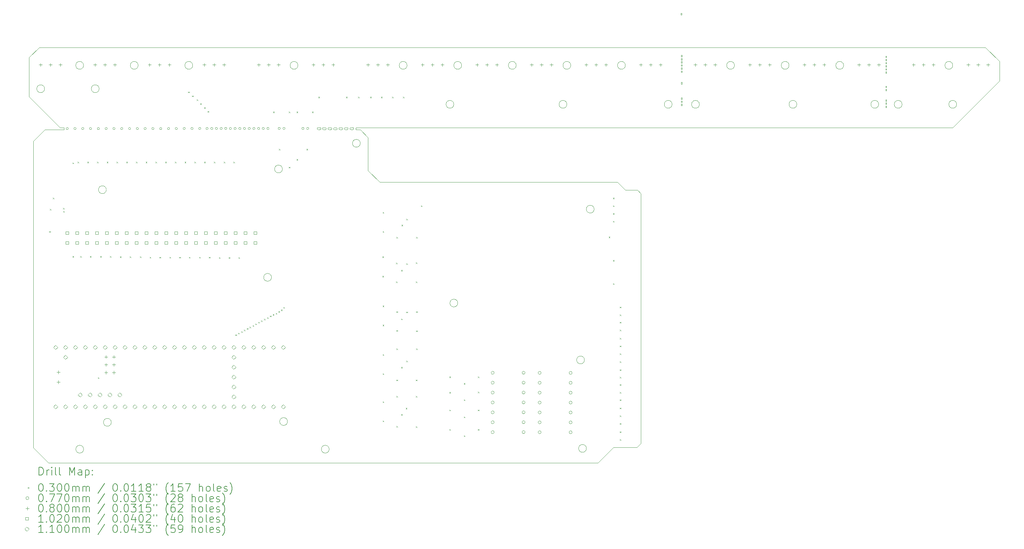
<source format=gbr>
%TF.GenerationSoftware,KiCad,Pcbnew,8.0.3-1.fc40*%
%TF.CreationDate,2024-06-20T20:23:44-04:00*%
%TF.ProjectId,sampler_split_sensor,73616d70-6c65-4725-9f73-706c69745f73,rev?*%
%TF.SameCoordinates,Original*%
%TF.FileFunction,Drillmap*%
%TF.FilePolarity,Positive*%
%FSLAX45Y45*%
G04 Gerber Fmt 4.5, Leading zero omitted, Abs format (unit mm)*
G04 Created by KiCad (PCBNEW 8.0.3-1.fc40) date 2024-06-20 20:23:44*
%MOMM*%
%LPD*%
G01*
G04 APERTURE LIST*
%ADD10C,0.050000*%
%ADD11C,0.200000*%
%ADD12C,0.100000*%
%ADD13C,0.102000*%
%ADD14C,0.110000*%
G04 APERTURE END LIST*
D10*
X2708284Y-5221716D02*
G75*
G02*
X2651716Y-5221716I-28284J0D01*
G01*
X2651716Y-5221716D02*
G75*
G02*
X2708284Y-5221716I28284J0D01*
G01*
X2508284Y-5221716D02*
G75*
G02*
X2451716Y-5221716I-28284J0D01*
G01*
X2451716Y-5221716D02*
G75*
G02*
X2508284Y-5221716I28284J0D01*
G01*
X2308284Y-5221716D02*
G75*
G02*
X2251716Y-5221716I-28284J0D01*
G01*
X2251716Y-5221716D02*
G75*
G02*
X2308284Y-5221716I28284J0D01*
G01*
X3308284Y-5221716D02*
G75*
G02*
X3251716Y-5221716I-28284J0D01*
G01*
X3251716Y-5221716D02*
G75*
G02*
X3308284Y-5221716I28284J0D01*
G01*
X3108284Y-5221716D02*
G75*
G02*
X3051716Y-5221716I-28284J0D01*
G01*
X3051716Y-5221716D02*
G75*
G02*
X3108284Y-5221716I28284J0D01*
G01*
X2908284Y-5221716D02*
G75*
G02*
X2851716Y-5221716I-28284J0D01*
G01*
X2851716Y-5221716D02*
G75*
G02*
X2908284Y-5221716I28284J0D01*
G01*
X3908284Y-5221716D02*
G75*
G02*
X3851716Y-5221716I-28284J0D01*
G01*
X3851716Y-5221716D02*
G75*
G02*
X3908284Y-5221716I28284J0D01*
G01*
X3708284Y-5221716D02*
G75*
G02*
X3651716Y-5221716I-28284J0D01*
G01*
X3651716Y-5221716D02*
G75*
G02*
X3708284Y-5221716I28284J0D01*
G01*
X3508284Y-5221716D02*
G75*
G02*
X3451716Y-5221716I-28284J0D01*
G01*
X3451716Y-5221716D02*
G75*
G02*
X3508284Y-5221716I28284J0D01*
G01*
X4508284Y-5221716D02*
G75*
G02*
X4451716Y-5221716I-28284J0D01*
G01*
X4451716Y-5221716D02*
G75*
G02*
X4508284Y-5221716I28284J0D01*
G01*
X4308284Y-5221716D02*
G75*
G02*
X4251716Y-5221716I-28284J0D01*
G01*
X4251716Y-5221716D02*
G75*
G02*
X4308284Y-5221716I28284J0D01*
G01*
X4108284Y-5221716D02*
G75*
G02*
X4051716Y-5221716I-28284J0D01*
G01*
X4051716Y-5221716D02*
G75*
G02*
X4108284Y-5221716I28284J0D01*
G01*
X5108284Y-5221716D02*
G75*
G02*
X5051716Y-5221716I-28284J0D01*
G01*
X5051716Y-5221716D02*
G75*
G02*
X5108284Y-5221716I28284J0D01*
G01*
X4908284Y-5221716D02*
G75*
G02*
X4851716Y-5221716I-28284J0D01*
G01*
X4851716Y-5221716D02*
G75*
G02*
X4908284Y-5221716I28284J0D01*
G01*
X4708284Y-5221716D02*
G75*
G02*
X4651716Y-5221716I-28284J0D01*
G01*
X4651716Y-5221716D02*
G75*
G02*
X4708284Y-5221716I28284J0D01*
G01*
X5310000Y-5220000D02*
G75*
G02*
X5253432Y-5220000I-28284J0D01*
G01*
X5253432Y-5220000D02*
G75*
G02*
X5310000Y-5220000I28284J0D01*
G01*
X5510000Y-5220000D02*
G75*
G02*
X5453432Y-5220000I-28284J0D01*
G01*
X5453432Y-5220000D02*
G75*
G02*
X5510000Y-5220000I28284J0D01*
G01*
X5710000Y-5220000D02*
G75*
G02*
X5653431Y-5220000I-28284J0D01*
G01*
X5653431Y-5220000D02*
G75*
G02*
X5710000Y-5220000I28284J0D01*
G01*
X6018284Y-5220000D02*
G75*
G02*
X5961716Y-5220000I-28284J0D01*
G01*
X5961716Y-5220000D02*
G75*
G02*
X6018284Y-5220000I28284J0D01*
G01*
X5896568Y-5220000D02*
G75*
G02*
X5840000Y-5220000I-28284J0D01*
G01*
X5840000Y-5220000D02*
G75*
G02*
X5896568Y-5220000I28284J0D01*
G01*
X6136568Y-5220000D02*
G75*
G02*
X6080000Y-5220000I-28284J0D01*
G01*
X6080000Y-5220000D02*
G75*
G02*
X6136568Y-5220000I28284J0D01*
G01*
X6376568Y-5220000D02*
G75*
G02*
X6320000Y-5220000I-28284J0D01*
G01*
X6320000Y-5220000D02*
G75*
G02*
X6376568Y-5220000I28284J0D01*
G01*
X6258284Y-5220000D02*
G75*
G02*
X6201716Y-5220000I-28284J0D01*
G01*
X6201716Y-5220000D02*
G75*
G02*
X6258284Y-5220000I28284J0D01*
G01*
X6498284Y-5220000D02*
G75*
G02*
X6441716Y-5220000I-28284J0D01*
G01*
X6441716Y-5220000D02*
G75*
G02*
X6498284Y-5220000I28284J0D01*
G01*
X6616568Y-5220000D02*
G75*
G02*
X6560000Y-5220000I-28284J0D01*
G01*
X6560000Y-5220000D02*
G75*
G02*
X6616568Y-5220000I28284J0D01*
G01*
X6856568Y-5220000D02*
G75*
G02*
X6800000Y-5220000I-28284J0D01*
G01*
X6800000Y-5220000D02*
G75*
G02*
X6856568Y-5220000I28284J0D01*
G01*
X6738284Y-5220000D02*
G75*
G02*
X6681716Y-5220000I-28284J0D01*
G01*
X6681716Y-5220000D02*
G75*
G02*
X6738284Y-5220000I28284J0D01*
G01*
X6978284Y-5220000D02*
G75*
G02*
X6921716Y-5220000I-28284J0D01*
G01*
X6921716Y-5220000D02*
G75*
G02*
X6978284Y-5220000I28284J0D01*
G01*
X7098284Y-5220000D02*
G75*
G02*
X7041716Y-5220000I-28284J0D01*
G01*
X7041716Y-5220000D02*
G75*
G02*
X7098284Y-5220000I28284J0D01*
G01*
X7220000Y-5220000D02*
G75*
G02*
X7163431Y-5220000I-28284J0D01*
G01*
X7163431Y-5220000D02*
G75*
G02*
X7220000Y-5220000I28284J0D01*
G01*
X7338284Y-5220000D02*
G75*
G02*
X7281716Y-5220000I-28284J0D01*
G01*
X7281716Y-5220000D02*
G75*
G02*
X7338284Y-5220000I28284J0D01*
G01*
X7460000Y-5220000D02*
G75*
G02*
X7403431Y-5220000I-28284J0D01*
G01*
X7403431Y-5220000D02*
G75*
G02*
X7460000Y-5220000I28284J0D01*
G01*
X7748284Y-5220000D02*
G75*
G02*
X7691716Y-5220000I-28284J0D01*
G01*
X7691716Y-5220000D02*
G75*
G02*
X7748284Y-5220000I28284J0D01*
G01*
X7870000Y-5220000D02*
G75*
G02*
X7813431Y-5220000I-28284J0D01*
G01*
X7813431Y-5220000D02*
G75*
G02*
X7870000Y-5220000I28284J0D01*
G01*
X8356568Y-5220000D02*
G75*
G02*
X8300000Y-5220000I-28284J0D01*
G01*
X8300000Y-5220000D02*
G75*
G02*
X8356568Y-5220000I28284J0D01*
G01*
X8478284Y-5220000D02*
G75*
G02*
X8421716Y-5220000I-28284J0D01*
G01*
X8421716Y-5220000D02*
G75*
G02*
X8478284Y-5220000I28284J0D01*
G01*
X8717678Y-5197322D02*
X8767678Y-5197322D01*
X8767678Y-5197322D02*
G75*
G02*
X8792678Y-5222322I0J-25000D01*
G01*
X8692678Y-5222322D02*
G75*
G02*
X8717678Y-5197322I25000J0D01*
G01*
X8717678Y-5247322D02*
G75*
G02*
X8692678Y-5222322I0J25000D01*
G01*
X8767678Y-5247322D02*
X8717678Y-5247322D01*
X8792678Y-5222322D02*
G75*
G02*
X8767678Y-5247322I-25000J0D01*
G01*
X8927322Y-5225000D02*
G75*
G02*
X8902322Y-5250000I-25000J0D01*
G01*
X9185000Y-5252678D02*
X9135000Y-5252678D01*
X8995000Y-5250000D02*
G75*
G02*
X8970000Y-5225000I0J25000D01*
G01*
X8970000Y-5225000D02*
G75*
G02*
X8995000Y-5199999I25000J0D01*
G01*
X8995000Y-5200000D02*
X9045000Y-5200000D01*
X9070000Y-5225000D02*
G75*
G02*
X9045000Y-5249999I-25000J0D01*
G01*
X9045000Y-5200000D02*
G75*
G02*
X9070000Y-5225000I2J-24998D01*
G01*
X9045000Y-5250000D02*
X8995000Y-5250000D01*
X9210000Y-5227678D02*
G75*
G02*
X9185000Y-5252678I-24999J0D01*
G01*
X8902322Y-5200000D02*
G75*
G02*
X8927322Y-5225000I0J-25000D01*
G01*
X9110000Y-5227678D02*
G75*
G02*
X9135000Y-5202678I25000J1D01*
G01*
X8852322Y-5250000D02*
G75*
G02*
X8827322Y-5225000I0J25000D01*
G01*
X8902322Y-5250000D02*
X8852322Y-5250000D01*
X8852322Y-5200000D02*
X8902322Y-5200000D01*
X9135000Y-5252678D02*
G75*
G02*
X9110000Y-5227678I0J25000D01*
G01*
X9185000Y-5202678D02*
G75*
G02*
X9210000Y-5227678I5J-24995D01*
G01*
X8827322Y-5225000D02*
G75*
G02*
X8852322Y-5200000I25000J0D01*
G01*
X9135000Y-5202678D02*
X9185000Y-5202678D01*
X9557678Y-5247322D02*
G75*
G02*
X9532678Y-5222322I0J25000D01*
G01*
X9532678Y-5222322D02*
G75*
G02*
X9557678Y-5197322I25000J0D01*
G01*
X9557678Y-5197322D02*
X9607678Y-5197322D01*
X9632678Y-5222322D02*
G75*
G02*
X9607678Y-5247322I-25000J0D01*
G01*
X9607678Y-5197322D02*
G75*
G02*
X9632678Y-5222322I0J-25000D01*
G01*
X9607678Y-5247322D02*
X9557678Y-5247322D01*
X9325000Y-5250000D02*
X9275000Y-5250000D01*
X9275000Y-5200000D02*
X9325000Y-5200000D01*
X9350000Y-5225000D02*
G75*
G02*
X9325000Y-5250000I-25000J0D01*
G01*
X9275000Y-5250000D02*
G75*
G02*
X9250000Y-5225000I0J25000D01*
G01*
X9325000Y-5200000D02*
G75*
G02*
X9350000Y-5225000I0J-25000D01*
G01*
X9250000Y-5225000D02*
G75*
G02*
X9275000Y-5200000I25000J0D01*
G01*
X9415000Y-5200000D02*
X9465000Y-5200000D01*
X9465000Y-5250000D02*
X9415000Y-5250000D01*
X9465000Y-5200000D02*
G75*
G02*
X9490000Y-5225000I0J-25000D01*
G01*
X9490000Y-5225000D02*
G75*
G02*
X9465000Y-5250000I-25000J0D01*
G01*
X9390000Y-5225000D02*
G75*
G02*
X9415000Y-5200000I25000J0D01*
G01*
X9415000Y-5250000D02*
G75*
G02*
X9390000Y-5225000I0J25000D01*
G01*
X2700000Y-3600000D02*
G75*
G02*
X2500000Y-3600000I-100000J0D01*
G01*
X2500000Y-3600000D02*
G75*
G02*
X2700000Y-3600000I100000J0D01*
G01*
X4100000Y-3600000D02*
G75*
G02*
X3900000Y-3600000I-100000J0D01*
G01*
X3900000Y-3600000D02*
G75*
G02*
X4100000Y-3600000I100000J0D01*
G01*
X5500000Y-3600000D02*
G75*
G02*
X5300000Y-3600000I-100000J0D01*
G01*
X5300000Y-3600000D02*
G75*
G02*
X5500000Y-3600000I100000J0D01*
G01*
X8200000Y-3600000D02*
G75*
G02*
X8000000Y-3600000I-100000J0D01*
G01*
X8000000Y-3600000D02*
G75*
G02*
X8200000Y-3600000I100000J0D01*
G01*
X11000000Y-3600000D02*
G75*
G02*
X10800000Y-3600000I-100000J0D01*
G01*
X10800000Y-3600000D02*
G75*
G02*
X11000000Y-3600000I100000J0D01*
G01*
X12400000Y-3600000D02*
G75*
G02*
X12200000Y-3600000I-100000J0D01*
G01*
X12200000Y-3600000D02*
G75*
G02*
X12400000Y-3600000I100000J0D01*
G01*
X13800000Y-3600000D02*
G75*
G02*
X13600000Y-3600000I-100000J0D01*
G01*
X13600000Y-3600000D02*
G75*
G02*
X13800000Y-3600000I100000J0D01*
G01*
X15200000Y-3600000D02*
G75*
G02*
X15000000Y-3600000I-100000J0D01*
G01*
X15000000Y-3600000D02*
G75*
G02*
X15200000Y-3600000I100000J0D01*
G01*
X16600000Y-3600000D02*
G75*
G02*
X16400000Y-3600000I-100000J0D01*
G01*
X16400000Y-3600000D02*
G75*
G02*
X16600000Y-3600000I100000J0D01*
G01*
X19400000Y-3600000D02*
G75*
G02*
X19200000Y-3600000I-100000J0D01*
G01*
X19200000Y-3600000D02*
G75*
G02*
X19400000Y-3600000I100000J0D01*
G01*
X20800000Y-3600000D02*
G75*
G02*
X20600000Y-3600000I-100000J0D01*
G01*
X20600000Y-3600000D02*
G75*
G02*
X20800000Y-3600000I100000J0D01*
G01*
X22200000Y-3600000D02*
G75*
G02*
X22000000Y-3600000I-100000J0D01*
G01*
X22000000Y-3600000D02*
G75*
G02*
X22200000Y-3600000I100000J0D01*
G01*
X21000000Y-4600000D02*
G75*
G02*
X20800000Y-4600000I-100000J0D01*
G01*
X20800000Y-4600000D02*
G75*
G02*
X21000000Y-4600000I100000J0D01*
G01*
X12300000Y-9700000D02*
G75*
G02*
X12100000Y-9700000I-100000J0D01*
G01*
X12100000Y-9700000D02*
G75*
G02*
X12300000Y-9700000I100000J0D01*
G01*
X15800000Y-7290000D02*
G75*
G02*
X15600000Y-7290000I-100000J0D01*
G01*
X15600000Y-7290000D02*
G75*
G02*
X15800000Y-7290000I100000J0D01*
G01*
X9800000Y-5600000D02*
G75*
G02*
X9600000Y-5600000I-100000J0D01*
G01*
X9600000Y-5600000D02*
G75*
G02*
X9800000Y-5600000I100000J0D01*
G01*
X25000000Y-3600000D02*
G75*
G02*
X24800000Y-3600000I-100000J0D01*
G01*
X24800000Y-3600000D02*
G75*
G02*
X25000000Y-3600000I100000J0D01*
G01*
X25100000Y-4600000D02*
G75*
G02*
X24900000Y-4600000I-100000J0D01*
G01*
X24900000Y-4600000D02*
G75*
G02*
X25100000Y-4600000I100000J0D01*
G01*
X23700000Y-4600000D02*
G75*
G02*
X23500000Y-4600000I-100000J0D01*
G01*
X23500000Y-4600000D02*
G75*
G02*
X23700000Y-4600000I100000J0D01*
G01*
X1700000Y-4200000D02*
G75*
G02*
X1500000Y-4200000I-100000J0D01*
G01*
X1500000Y-4200000D02*
G75*
G02*
X1700000Y-4200000I100000J0D01*
G01*
X3100000Y-4200000D02*
G75*
G02*
X2900000Y-4200000I-100000J0D01*
G01*
X2900000Y-4200000D02*
G75*
G02*
X3100000Y-4200000I100000J0D01*
G01*
X12200000Y-4600000D02*
G75*
G02*
X12000000Y-4600000I-100000J0D01*
G01*
X12000000Y-4600000D02*
G75*
G02*
X12200000Y-4600000I100000J0D01*
G01*
X26200000Y-3500000D02*
X26200000Y-4000000D01*
X25000000Y-5200000D01*
X9700000Y-5200000D01*
X9680000Y-5210000D01*
X9680000Y-5240000D01*
X9700000Y-5250000D01*
X9800000Y-5250000D01*
X10000000Y-5450000D01*
X10000000Y-6300000D01*
X10300000Y-6600000D01*
X16400000Y-6600000D01*
X16600000Y-6800000D01*
X16910000Y-6800000D01*
X17000000Y-6890000D01*
X17000000Y-13300000D01*
X16900000Y-13400000D01*
X16300000Y-13400000D01*
X15900000Y-13800000D01*
X1800000Y-13800000D01*
X1410000Y-13410000D01*
X1410000Y-5550000D01*
X1710000Y-5250000D01*
X2200000Y-5250000D01*
X2200000Y-5200000D01*
X2100000Y-5200000D01*
X1300000Y-4400000D01*
X1300000Y-3400000D01*
X1560000Y-3140000D01*
X25840000Y-3140000D01*
X26200000Y-3500000D01*
X18060000Y-3460000D02*
X18030000Y-3460000D01*
X18030000Y-3420000D01*
X18060000Y-3420000D01*
X18060000Y-3460000D01*
X18060000Y-3380000D02*
X18030000Y-3380000D01*
X18030000Y-3340000D01*
X18060000Y-3340000D01*
X18060000Y-3380000D01*
X18060000Y-3540000D02*
X18030000Y-3540000D01*
X18030000Y-3500000D01*
X18060000Y-3500000D01*
X18060000Y-3540000D01*
X18060000Y-3700000D02*
X18030000Y-3700000D01*
X18030000Y-3660000D01*
X18060000Y-3660000D01*
X18060000Y-3700000D01*
X18060000Y-3620000D02*
X18030000Y-3620000D01*
X18030000Y-3580000D01*
X18060000Y-3580000D01*
X18060000Y-3620000D01*
X18060000Y-3780000D02*
X18030000Y-3780000D01*
X18030000Y-3740000D01*
X18060000Y-3740000D01*
X18060000Y-3780000D01*
X18060000Y-4080000D02*
X18030000Y-4080000D01*
X18030000Y-4030000D01*
X18060000Y-4030000D01*
X18060000Y-4080000D01*
X18060000Y-4470000D02*
X18030000Y-4470000D01*
X18030000Y-4430000D01*
X18060000Y-4430000D01*
X18060000Y-4470000D01*
X18060000Y-4550000D02*
X18030000Y-4550000D01*
X18030000Y-4510000D01*
X18060000Y-4510000D01*
X18060000Y-4550000D01*
X23300000Y-3480000D02*
X23280000Y-3480000D01*
X23280000Y-3440000D01*
X23300000Y-3440000D01*
X23300000Y-3480000D01*
X23300000Y-3400000D02*
X23280000Y-3400000D01*
X23280000Y-3360000D01*
X23300000Y-3360000D01*
X23300000Y-3400000D01*
X23300000Y-3800000D02*
X23280000Y-3800000D01*
X23280000Y-3760000D01*
X23300000Y-3760000D01*
X23300000Y-3800000D01*
X23300000Y-3640000D02*
X23280000Y-3640000D01*
X23280000Y-3600000D01*
X23300000Y-3600000D01*
X23300000Y-3640000D01*
X23300000Y-3720000D02*
X23280000Y-3720000D01*
X23280000Y-3680000D01*
X23300000Y-3680000D01*
X23300000Y-3720000D01*
X23300000Y-3560000D02*
X23280000Y-3560000D01*
X23280000Y-3520000D01*
X23300000Y-3520000D01*
X23300000Y-3560000D01*
X23300000Y-4170000D02*
X23280000Y-4170000D01*
X23280000Y-4130000D01*
X23300000Y-4130000D01*
X23300000Y-4170000D01*
X23300000Y-4520000D02*
X23280000Y-4520000D01*
X23280000Y-4480000D01*
X23300000Y-4480000D01*
X23300000Y-4520000D01*
X23300000Y-4680000D02*
X23280000Y-4680000D01*
X23280000Y-4640000D01*
X23300000Y-4640000D01*
X23300000Y-4680000D01*
X23300000Y-4600000D02*
X23280000Y-4600000D01*
X23280000Y-4560000D01*
X23300000Y-4560000D01*
X23300000Y-4600000D01*
X23300000Y-4250000D02*
X23280000Y-4250000D01*
X23280000Y-4210000D01*
X23300000Y-4210000D01*
X23300000Y-4250000D01*
X18060000Y-4630000D02*
X18030000Y-4630000D01*
X18030000Y-4590000D01*
X18060000Y-4590000D01*
X18060000Y-4630000D01*
X18047000Y-2301500D02*
X18027000Y-2301500D01*
X18027000Y-2261500D01*
X18047000Y-2261500D01*
X18047000Y-2301500D01*
X3283569Y-6791500D02*
G75*
G02*
X3083569Y-6791500I-100000J0D01*
G01*
X3083569Y-6791500D02*
G75*
G02*
X3283569Y-6791500I100000J0D01*
G01*
X3411569Y-12760000D02*
G75*
G02*
X3211569Y-12760000I-100000J0D01*
G01*
X3211569Y-12760000D02*
G75*
G02*
X3411569Y-12760000I100000J0D01*
G01*
X15551569Y-11160000D02*
G75*
G02*
X15351569Y-11160000I-100000J0D01*
G01*
X15351569Y-11160000D02*
G75*
G02*
X15551569Y-11160000I100000J0D01*
G01*
X15601569Y-13430000D02*
G75*
G02*
X15401569Y-13430000I-100000J0D01*
G01*
X15401569Y-13430000D02*
G75*
G02*
X15601569Y-13430000I100000J0D01*
G01*
X17800000Y-4600000D02*
G75*
G02*
X17600000Y-4600000I-100000J0D01*
G01*
X17600000Y-4600000D02*
G75*
G02*
X17800000Y-4600000I100000J0D01*
G01*
X7521569Y-9040000D02*
G75*
G02*
X7321569Y-9040000I-100000J0D01*
G01*
X7321569Y-9040000D02*
G75*
G02*
X7521569Y-9040000I100000J0D01*
G01*
X2701569Y-13450000D02*
G75*
G02*
X2501569Y-13450000I-100000J0D01*
G01*
X2501569Y-13450000D02*
G75*
G02*
X2701569Y-13450000I100000J0D01*
G01*
X18500000Y-4600000D02*
G75*
G02*
X18300000Y-4600000I-100000J0D01*
G01*
X18300000Y-4600000D02*
G75*
G02*
X18500000Y-4600000I100000J0D01*
G01*
X7931569Y-12740000D02*
G75*
G02*
X7731569Y-12740000I-100000J0D01*
G01*
X7731569Y-12740000D02*
G75*
G02*
X7931569Y-12740000I100000J0D01*
G01*
X23100000Y-4600000D02*
G75*
G02*
X22900000Y-4600000I-100000J0D01*
G01*
X22900000Y-4600000D02*
G75*
G02*
X23100000Y-4600000I100000J0D01*
G01*
X15100000Y-4600000D02*
G75*
G02*
X14900000Y-4600000I-100000J0D01*
G01*
X14900000Y-4600000D02*
G75*
G02*
X15100000Y-4600000I100000J0D01*
G01*
X9001569Y-13450000D02*
G75*
G02*
X8801569Y-13450000I-100000J0D01*
G01*
X8801569Y-13450000D02*
G75*
G02*
X9001569Y-13450000I100000J0D01*
G01*
X7801569Y-6260000D02*
G75*
G02*
X7601569Y-6260000I-100000J0D01*
G01*
X7601569Y-6260000D02*
G75*
G02*
X7801569Y-6260000I100000J0D01*
G01*
D11*
D12*
X1818569Y-7856500D02*
X1848569Y-7886500D01*
X1848569Y-7856500D02*
X1818569Y-7886500D01*
X1838569Y-7286500D02*
X1868569Y-7316500D01*
X1868569Y-7286500D02*
X1838569Y-7316500D01*
X1914554Y-6997838D02*
X1944554Y-7027838D01*
X1944554Y-6997838D02*
X1914554Y-7027838D01*
X2175892Y-7259176D02*
X2205892Y-7289176D01*
X2205892Y-7259176D02*
X2175892Y-7289176D01*
X2178660Y-7339129D02*
X2208660Y-7369129D01*
X2208660Y-7339129D02*
X2178660Y-7369129D01*
X2415000Y-6095000D02*
X2445000Y-6125000D01*
X2445000Y-6095000D02*
X2415000Y-6125000D01*
X2416569Y-8495000D02*
X2446569Y-8525000D01*
X2446569Y-8495000D02*
X2416569Y-8525000D01*
X2546569Y-6075000D02*
X2576569Y-6105000D01*
X2576569Y-6075000D02*
X2546569Y-6105000D01*
X2616569Y-8495000D02*
X2646569Y-8525000D01*
X2646569Y-8495000D02*
X2616569Y-8525000D01*
X2796569Y-6075000D02*
X2826569Y-6105000D01*
X2826569Y-6075000D02*
X2796569Y-6105000D01*
X2866569Y-8495000D02*
X2896569Y-8525000D01*
X2896569Y-8495000D02*
X2866569Y-8525000D01*
X3046569Y-6075000D02*
X3076569Y-6105000D01*
X3076569Y-6075000D02*
X3046569Y-6105000D01*
X3068569Y-11606500D02*
X3098569Y-11636500D01*
X3098569Y-11606500D02*
X3068569Y-11636500D01*
X3126569Y-8495000D02*
X3156569Y-8525000D01*
X3156569Y-8495000D02*
X3126569Y-8525000D01*
X3296569Y-6075000D02*
X3326569Y-6105000D01*
X3326569Y-6075000D02*
X3296569Y-6105000D01*
X3376569Y-8495000D02*
X3406569Y-8525000D01*
X3406569Y-8495000D02*
X3376569Y-8525000D01*
X3546569Y-6075000D02*
X3576569Y-6105000D01*
X3576569Y-6075000D02*
X3546569Y-6105000D01*
X3636569Y-8505000D02*
X3666569Y-8535000D01*
X3666569Y-8505000D02*
X3636569Y-8535000D01*
X3796569Y-6075000D02*
X3826569Y-6105000D01*
X3826569Y-6075000D02*
X3796569Y-6105000D01*
X3886569Y-8505000D02*
X3916569Y-8535000D01*
X3916569Y-8505000D02*
X3886569Y-8535000D01*
X4046569Y-6075000D02*
X4076569Y-6105000D01*
X4076569Y-6075000D02*
X4046569Y-6105000D01*
X4146569Y-8505000D02*
X4176569Y-8535000D01*
X4176569Y-8505000D02*
X4146569Y-8535000D01*
X4296569Y-6075000D02*
X4326569Y-6105000D01*
X4326569Y-6075000D02*
X4296569Y-6105000D01*
X4396569Y-8515000D02*
X4426569Y-8545000D01*
X4426569Y-8515000D02*
X4396569Y-8545000D01*
X4546569Y-6075000D02*
X4576569Y-6105000D01*
X4576569Y-6075000D02*
X4546569Y-6105000D01*
X4646569Y-8515000D02*
X4676569Y-8545000D01*
X4676569Y-8515000D02*
X4646569Y-8545000D01*
X4796569Y-6075000D02*
X4826569Y-6105000D01*
X4826569Y-6075000D02*
X4796569Y-6105000D01*
X4906569Y-8515000D02*
X4936569Y-8545000D01*
X4936569Y-8515000D02*
X4906569Y-8545000D01*
X5046569Y-6075000D02*
X5076569Y-6105000D01*
X5076569Y-6075000D02*
X5046569Y-6105000D01*
X5156569Y-8515000D02*
X5186569Y-8545000D01*
X5186569Y-8515000D02*
X5156569Y-8545000D01*
X5296569Y-6075000D02*
X5326569Y-6105000D01*
X5326569Y-6075000D02*
X5296569Y-6105000D01*
X5385000Y-4275000D02*
X5415000Y-4305000D01*
X5415000Y-4275000D02*
X5385000Y-4305000D01*
X5406569Y-8515000D02*
X5436569Y-8545000D01*
X5436569Y-8515000D02*
X5406569Y-8545000D01*
X5485000Y-4375000D02*
X5515000Y-4405000D01*
X5515000Y-4375000D02*
X5485000Y-4405000D01*
X5546569Y-6075000D02*
X5576569Y-6105000D01*
X5576569Y-6075000D02*
X5546569Y-6105000D01*
X5605000Y-4475000D02*
X5635000Y-4505000D01*
X5635000Y-4475000D02*
X5605000Y-4505000D01*
X5666569Y-8515000D02*
X5696569Y-8545000D01*
X5696569Y-8515000D02*
X5666569Y-8545000D01*
X5695000Y-4575000D02*
X5725000Y-4605000D01*
X5725000Y-4575000D02*
X5695000Y-4605000D01*
X5795000Y-4675000D02*
X5825000Y-4705000D01*
X5825000Y-4675000D02*
X5795000Y-4705000D01*
X5796569Y-6075000D02*
X5826569Y-6105000D01*
X5826569Y-6075000D02*
X5796569Y-6105000D01*
X5882850Y-4772850D02*
X5912850Y-4802850D01*
X5912850Y-4772850D02*
X5882850Y-4802850D01*
X5916569Y-8515000D02*
X5946569Y-8545000D01*
X5946569Y-8515000D02*
X5916569Y-8545000D01*
X6046569Y-6075000D02*
X6076569Y-6105000D01*
X6076569Y-6075000D02*
X6046569Y-6105000D01*
X6176569Y-8525000D02*
X6206569Y-8555000D01*
X6206569Y-8525000D02*
X6176569Y-8555000D01*
X6296569Y-6075000D02*
X6326569Y-6105000D01*
X6326569Y-6075000D02*
X6296569Y-6105000D01*
X6426569Y-8525000D02*
X6456569Y-8555000D01*
X6456569Y-8525000D02*
X6426569Y-8555000D01*
X6546569Y-6075000D02*
X6576569Y-6105000D01*
X6576569Y-6075000D02*
X6546569Y-6105000D01*
X6596569Y-10505000D02*
X6626569Y-10535000D01*
X6626569Y-10505000D02*
X6596569Y-10535000D01*
X6667001Y-10465000D02*
X6697001Y-10495000D01*
X6697001Y-10465000D02*
X6667001Y-10495000D01*
X6676569Y-8525000D02*
X6706569Y-8555000D01*
X6706569Y-8525000D02*
X6676569Y-8555000D01*
X6746568Y-10425000D02*
X6776568Y-10455000D01*
X6776568Y-10425000D02*
X6746568Y-10455000D01*
X6816569Y-10385000D02*
X6846569Y-10415000D01*
X6846569Y-10385000D02*
X6816569Y-10415000D01*
X6889654Y-10345000D02*
X6919654Y-10375000D01*
X6919654Y-10345000D02*
X6889654Y-10375000D01*
X6959654Y-10305000D02*
X6989654Y-10335000D01*
X6989654Y-10305000D02*
X6959654Y-10335000D01*
X7039592Y-10269700D02*
X7069592Y-10299700D01*
X7069592Y-10269700D02*
X7039592Y-10299700D01*
X7105940Y-10225000D02*
X7135940Y-10255000D01*
X7135940Y-10225000D02*
X7105940Y-10255000D01*
X7183135Y-10185000D02*
X7213135Y-10215000D01*
X7213135Y-10185000D02*
X7183135Y-10215000D01*
X7257624Y-10145000D02*
X7287624Y-10175000D01*
X7287624Y-10145000D02*
X7257624Y-10175000D01*
X7331454Y-10105000D02*
X7361454Y-10135000D01*
X7361454Y-10105000D02*
X7331454Y-10135000D01*
X7411454Y-10065000D02*
X7441454Y-10095000D01*
X7441454Y-10065000D02*
X7411454Y-10095000D01*
X7481800Y-10025000D02*
X7511800Y-10055000D01*
X7511800Y-10025000D02*
X7481800Y-10055000D01*
X7555034Y-9985000D02*
X7585034Y-10015000D01*
X7585034Y-9985000D02*
X7555034Y-10015000D01*
X7565000Y-4785000D02*
X7595000Y-4815000D01*
X7595000Y-4785000D02*
X7565000Y-4815000D01*
X7633518Y-9955326D02*
X7663518Y-9985326D01*
X7663518Y-9955326D02*
X7633518Y-9985326D01*
X7700296Y-9911272D02*
X7730296Y-9941272D01*
X7730296Y-9911272D02*
X7700296Y-9941272D01*
X7710700Y-5745000D02*
X7740700Y-5775000D01*
X7740700Y-5745000D02*
X7710700Y-5775000D01*
X7766569Y-9865000D02*
X7796569Y-9895000D01*
X7796569Y-9865000D02*
X7766569Y-9895000D01*
X7826569Y-9805000D02*
X7856569Y-9835000D01*
X7856569Y-9805000D02*
X7826569Y-9835000D01*
X7965000Y-4785000D02*
X7995000Y-4815000D01*
X7995000Y-4785000D02*
X7965000Y-4815000D01*
X7965000Y-6205000D02*
X7995000Y-6235000D01*
X7995000Y-6205000D02*
X7965000Y-6235000D01*
X8165000Y-4785000D02*
X8195000Y-4815000D01*
X8195000Y-4785000D02*
X8165000Y-4815000D01*
X8165000Y-6005000D02*
X8195000Y-6035000D01*
X8195000Y-6005000D02*
X8165000Y-6035000D01*
X8419300Y-5745000D02*
X8449300Y-5775000D01*
X8449300Y-5745000D02*
X8419300Y-5775000D01*
X8565000Y-4785000D02*
X8595000Y-4815000D01*
X8595000Y-4785000D02*
X8565000Y-4815000D01*
X8725000Y-4405000D02*
X8755000Y-4435000D01*
X8755000Y-4405000D02*
X8725000Y-4435000D01*
X9435000Y-4405000D02*
X9465000Y-4435000D01*
X9465000Y-4405000D02*
X9435000Y-4435000D01*
X9745000Y-4405000D02*
X9775000Y-4435000D01*
X9775000Y-4405000D02*
X9745000Y-4435000D01*
X10055000Y-4405000D02*
X10085000Y-4435000D01*
X10085000Y-4405000D02*
X10055000Y-4435000D01*
X10335000Y-4405000D02*
X10365000Y-4435000D01*
X10365000Y-4405000D02*
X10335000Y-4435000D01*
X10366569Y-8505000D02*
X10396569Y-8535000D01*
X10396569Y-8505000D02*
X10366569Y-8535000D01*
X10366569Y-9005000D02*
X10396569Y-9035000D01*
X10396569Y-9005000D02*
X10366569Y-9035000D01*
X10376569Y-7365000D02*
X10406569Y-7395000D01*
X10406569Y-7365000D02*
X10376569Y-7395000D01*
X10376569Y-7855000D02*
X10406569Y-7885000D01*
X10406569Y-7855000D02*
X10376569Y-7885000D01*
X10376569Y-9765000D02*
X10406569Y-9795000D01*
X10406569Y-9765000D02*
X10376569Y-9795000D01*
X10376569Y-10255000D02*
X10406569Y-10285000D01*
X10406569Y-10255000D02*
X10376569Y-10285000D01*
X10376569Y-11015000D02*
X10406569Y-11045000D01*
X10406569Y-11015000D02*
X10376569Y-11045000D01*
X10376569Y-11505000D02*
X10406569Y-11535000D01*
X10406569Y-11505000D02*
X10376569Y-11535000D01*
X10376569Y-12225000D02*
X10406569Y-12255000D01*
X10406569Y-12225000D02*
X10376569Y-12255000D01*
X10376569Y-12715000D02*
X10406569Y-12745000D01*
X10406569Y-12715000D02*
X10376569Y-12745000D01*
X10615000Y-4405000D02*
X10645000Y-4435000D01*
X10645000Y-4405000D02*
X10615000Y-4435000D01*
X10716569Y-8665000D02*
X10746569Y-8695000D01*
X10746569Y-8665000D02*
X10716569Y-8695000D01*
X10716569Y-9145000D02*
X10746569Y-9175000D01*
X10746569Y-9145000D02*
X10716569Y-9175000D01*
X10726569Y-8005000D02*
X10756569Y-8035000D01*
X10756569Y-8005000D02*
X10726569Y-8035000D01*
X10726569Y-9915000D02*
X10756569Y-9945000D01*
X10756569Y-9915000D02*
X10726569Y-9945000D01*
X10726569Y-10395000D02*
X10756569Y-10425000D01*
X10756569Y-10395000D02*
X10726569Y-10425000D01*
X10726569Y-10865000D02*
X10756569Y-10895000D01*
X10756569Y-10865000D02*
X10726569Y-10895000D01*
X10726569Y-11665000D02*
X10756569Y-11695000D01*
X10756569Y-11665000D02*
X10726569Y-11695000D01*
X10726569Y-12085000D02*
X10756569Y-12115000D01*
X10756569Y-12085000D02*
X10726569Y-12115000D01*
X10726569Y-12855000D02*
X10756569Y-12885000D01*
X10756569Y-12855000D02*
X10726569Y-12885000D01*
X10848569Y-8850000D02*
X10878569Y-8880000D01*
X10878569Y-8850000D02*
X10848569Y-8880000D01*
X10848569Y-10100000D02*
X10878569Y-10130000D01*
X10878569Y-10100000D02*
X10848569Y-10130000D01*
X10848569Y-11340000D02*
X10878569Y-11370000D01*
X10878569Y-11340000D02*
X10848569Y-11370000D01*
X10848569Y-12550000D02*
X10878569Y-12580000D01*
X10878569Y-12550000D02*
X10848569Y-12580000D01*
X10858569Y-7690000D02*
X10888569Y-7720000D01*
X10888569Y-7690000D02*
X10858569Y-7720000D01*
X10895000Y-4405000D02*
X10925000Y-4435000D01*
X10925000Y-4405000D02*
X10895000Y-4435000D01*
X10968569Y-12390000D02*
X10998569Y-12420000D01*
X10998569Y-12390000D02*
X10968569Y-12420000D01*
X10978569Y-7540000D02*
X11008569Y-7570000D01*
X11008569Y-7540000D02*
X10978569Y-7570000D01*
X10978569Y-8680000D02*
X11008569Y-8710000D01*
X11008569Y-8680000D02*
X10978569Y-8710000D01*
X10978569Y-9920000D02*
X11008569Y-9950000D01*
X11008569Y-9920000D02*
X10978569Y-9950000D01*
X10978569Y-11180000D02*
X11008569Y-11210000D01*
X11008569Y-11180000D02*
X10978569Y-11210000D01*
X11226569Y-8655000D02*
X11256569Y-8685000D01*
X11256569Y-8655000D02*
X11226569Y-8685000D01*
X11226569Y-9145000D02*
X11256569Y-9175000D01*
X11256569Y-9145000D02*
X11226569Y-9175000D01*
X11226569Y-11665000D02*
X11256569Y-11695000D01*
X11256569Y-11665000D02*
X11226569Y-11695000D01*
X11226569Y-12085000D02*
X11256569Y-12115000D01*
X11256569Y-12085000D02*
X11226569Y-12115000D01*
X11226569Y-12865000D02*
X11256569Y-12895000D01*
X11256569Y-12865000D02*
X11226569Y-12895000D01*
X11236569Y-8005000D02*
X11266569Y-8035000D01*
X11266569Y-8005000D02*
X11236569Y-8035000D01*
X11236569Y-9915000D02*
X11266569Y-9945000D01*
X11266569Y-9915000D02*
X11236569Y-9945000D01*
X11236569Y-10405000D02*
X11266569Y-10435000D01*
X11266569Y-10405000D02*
X11236569Y-10435000D01*
X11236569Y-10865000D02*
X11266569Y-10895000D01*
X11266569Y-10865000D02*
X11236569Y-10895000D01*
X11356569Y-7195000D02*
X11386569Y-7225000D01*
X11386569Y-7195000D02*
X11356569Y-7225000D01*
X12086569Y-11585000D02*
X12116569Y-11615000D01*
X12116569Y-11585000D02*
X12086569Y-11615000D01*
X12086569Y-11985000D02*
X12116569Y-12015000D01*
X12116569Y-11985000D02*
X12086569Y-12015000D01*
X12086569Y-12435000D02*
X12116569Y-12465000D01*
X12116569Y-12435000D02*
X12086569Y-12465000D01*
X12086569Y-12935000D02*
X12116569Y-12965000D01*
X12116569Y-12935000D02*
X12086569Y-12965000D01*
X12456569Y-11755000D02*
X12486569Y-11785000D01*
X12486569Y-11755000D02*
X12456569Y-11785000D01*
X12456569Y-12175000D02*
X12486569Y-12205000D01*
X12486569Y-12175000D02*
X12456569Y-12205000D01*
X12456569Y-12615000D02*
X12486569Y-12645000D01*
X12486569Y-12615000D02*
X12456569Y-12645000D01*
X12456569Y-13095000D02*
X12486569Y-13125000D01*
X12486569Y-13095000D02*
X12456569Y-13125000D01*
X12816569Y-11585000D02*
X12846569Y-11615000D01*
X12846569Y-11585000D02*
X12816569Y-11615000D01*
X12816569Y-11975000D02*
X12846569Y-12005000D01*
X12846569Y-11975000D02*
X12816569Y-12005000D01*
X12816569Y-12435000D02*
X12846569Y-12465000D01*
X12846569Y-12435000D02*
X12816569Y-12465000D01*
X12816569Y-12935000D02*
X12846569Y-12965000D01*
X12846569Y-12935000D02*
X12816569Y-12965000D01*
X16176569Y-7995000D02*
X16206569Y-8025000D01*
X16206569Y-7995000D02*
X16176569Y-8025000D01*
X16286569Y-6995000D02*
X16316569Y-7025000D01*
X16316569Y-6995000D02*
X16286569Y-7025000D01*
X16286569Y-7195000D02*
X16316569Y-7225000D01*
X16316569Y-7195000D02*
X16286569Y-7225000D01*
X16286569Y-7395000D02*
X16316569Y-7425000D01*
X16316569Y-7395000D02*
X16286569Y-7425000D01*
X16286569Y-7595000D02*
X16316569Y-7625000D01*
X16316569Y-7595000D02*
X16286569Y-7625000D01*
X16286569Y-8595000D02*
X16316569Y-8625000D01*
X16316569Y-8595000D02*
X16286569Y-8625000D01*
X16286569Y-9195000D02*
X16316569Y-9225000D01*
X16316569Y-9195000D02*
X16286569Y-9225000D01*
X16456569Y-9795000D02*
X16486569Y-9825000D01*
X16486569Y-9795000D02*
X16456569Y-9825000D01*
X16456569Y-9995000D02*
X16486569Y-10025000D01*
X16486569Y-9995000D02*
X16456569Y-10025000D01*
X16456569Y-10185000D02*
X16486569Y-10215000D01*
X16486569Y-10185000D02*
X16456569Y-10215000D01*
X16456569Y-10385000D02*
X16486569Y-10415000D01*
X16486569Y-10385000D02*
X16456569Y-10415000D01*
X16456569Y-10595000D02*
X16486569Y-10625000D01*
X16486569Y-10595000D02*
X16456569Y-10625000D01*
X16456569Y-10795000D02*
X16486569Y-10825000D01*
X16486569Y-10795000D02*
X16456569Y-10825000D01*
X16456569Y-10995000D02*
X16486569Y-11025000D01*
X16486569Y-10995000D02*
X16456569Y-11025000D01*
X16456569Y-11195000D02*
X16486569Y-11225000D01*
X16486569Y-11195000D02*
X16456569Y-11225000D01*
X16456569Y-11405000D02*
X16486569Y-11435000D01*
X16486569Y-11405000D02*
X16456569Y-11435000D01*
X16456569Y-11595000D02*
X16486569Y-11625000D01*
X16486569Y-11595000D02*
X16456569Y-11625000D01*
X16456569Y-11785000D02*
X16486569Y-11815000D01*
X16486569Y-11785000D02*
X16456569Y-11815000D01*
X16456569Y-11985000D02*
X16486569Y-12015000D01*
X16486569Y-11985000D02*
X16456569Y-12015000D01*
X16456569Y-12175000D02*
X16486569Y-12205000D01*
X16486569Y-12175000D02*
X16456569Y-12205000D01*
X16456569Y-12385000D02*
X16486569Y-12415000D01*
X16486569Y-12385000D02*
X16456569Y-12415000D01*
X16456569Y-12585000D02*
X16486569Y-12615000D01*
X16486569Y-12585000D02*
X16456569Y-12615000D01*
X16456569Y-12785000D02*
X16486569Y-12815000D01*
X16486569Y-12785000D02*
X16456569Y-12815000D01*
X16456569Y-12995000D02*
X16486569Y-13025000D01*
X16486569Y-12995000D02*
X16456569Y-13025000D01*
X16456569Y-13195000D02*
X16486569Y-13225000D01*
X16486569Y-13195000D02*
X16456569Y-13225000D01*
X13234069Y-11488000D02*
G75*
G02*
X13157069Y-11488000I-38500J0D01*
G01*
X13157069Y-11488000D02*
G75*
G02*
X13234069Y-11488000I38500J0D01*
G01*
X13234069Y-11742000D02*
G75*
G02*
X13157069Y-11742000I-38500J0D01*
G01*
X13157069Y-11742000D02*
G75*
G02*
X13234069Y-11742000I38500J0D01*
G01*
X13234069Y-11996000D02*
G75*
G02*
X13157069Y-11996000I-38500J0D01*
G01*
X13157069Y-11996000D02*
G75*
G02*
X13234069Y-11996000I38500J0D01*
G01*
X13234069Y-12250000D02*
G75*
G02*
X13157069Y-12250000I-38500J0D01*
G01*
X13157069Y-12250000D02*
G75*
G02*
X13234069Y-12250000I38500J0D01*
G01*
X13234069Y-12504000D02*
G75*
G02*
X13157069Y-12504000I-38500J0D01*
G01*
X13157069Y-12504000D02*
G75*
G02*
X13234069Y-12504000I38500J0D01*
G01*
X13234069Y-12758000D02*
G75*
G02*
X13157069Y-12758000I-38500J0D01*
G01*
X13157069Y-12758000D02*
G75*
G02*
X13234069Y-12758000I38500J0D01*
G01*
X13234069Y-13012000D02*
G75*
G02*
X13157069Y-13012000I-38500J0D01*
G01*
X13157069Y-13012000D02*
G75*
G02*
X13234069Y-13012000I38500J0D01*
G01*
X14028069Y-11488000D02*
G75*
G02*
X13951069Y-11488000I-38500J0D01*
G01*
X13951069Y-11488000D02*
G75*
G02*
X14028069Y-11488000I38500J0D01*
G01*
X14028069Y-11742000D02*
G75*
G02*
X13951069Y-11742000I-38500J0D01*
G01*
X13951069Y-11742000D02*
G75*
G02*
X14028069Y-11742000I38500J0D01*
G01*
X14028069Y-11996000D02*
G75*
G02*
X13951069Y-11996000I-38500J0D01*
G01*
X13951069Y-11996000D02*
G75*
G02*
X14028069Y-11996000I38500J0D01*
G01*
X14028069Y-12250000D02*
G75*
G02*
X13951069Y-12250000I-38500J0D01*
G01*
X13951069Y-12250000D02*
G75*
G02*
X14028069Y-12250000I38500J0D01*
G01*
X14028069Y-12504000D02*
G75*
G02*
X13951069Y-12504000I-38500J0D01*
G01*
X13951069Y-12504000D02*
G75*
G02*
X14028069Y-12504000I38500J0D01*
G01*
X14028069Y-12758000D02*
G75*
G02*
X13951069Y-12758000I-38500J0D01*
G01*
X13951069Y-12758000D02*
G75*
G02*
X14028069Y-12758000I38500J0D01*
G01*
X14028069Y-13012000D02*
G75*
G02*
X13951069Y-13012000I-38500J0D01*
G01*
X13951069Y-13012000D02*
G75*
G02*
X14028069Y-13012000I38500J0D01*
G01*
X14440069Y-11492000D02*
G75*
G02*
X14363069Y-11492000I-38500J0D01*
G01*
X14363069Y-11492000D02*
G75*
G02*
X14440069Y-11492000I38500J0D01*
G01*
X14440069Y-11746000D02*
G75*
G02*
X14363069Y-11746000I-38500J0D01*
G01*
X14363069Y-11746000D02*
G75*
G02*
X14440069Y-11746000I38500J0D01*
G01*
X14440069Y-12000000D02*
G75*
G02*
X14363069Y-12000000I-38500J0D01*
G01*
X14363069Y-12000000D02*
G75*
G02*
X14440069Y-12000000I38500J0D01*
G01*
X14440069Y-12254000D02*
G75*
G02*
X14363069Y-12254000I-38500J0D01*
G01*
X14363069Y-12254000D02*
G75*
G02*
X14440069Y-12254000I38500J0D01*
G01*
X14440069Y-12508000D02*
G75*
G02*
X14363069Y-12508000I-38500J0D01*
G01*
X14363069Y-12508000D02*
G75*
G02*
X14440069Y-12508000I38500J0D01*
G01*
X14440069Y-12762000D02*
G75*
G02*
X14363069Y-12762000I-38500J0D01*
G01*
X14363069Y-12762000D02*
G75*
G02*
X14440069Y-12762000I38500J0D01*
G01*
X14440069Y-13016000D02*
G75*
G02*
X14363069Y-13016000I-38500J0D01*
G01*
X14363069Y-13016000D02*
G75*
G02*
X14440069Y-13016000I38500J0D01*
G01*
X15234069Y-11492000D02*
G75*
G02*
X15157069Y-11492000I-38500J0D01*
G01*
X15157069Y-11492000D02*
G75*
G02*
X15234069Y-11492000I38500J0D01*
G01*
X15234069Y-11746000D02*
G75*
G02*
X15157069Y-11746000I-38500J0D01*
G01*
X15157069Y-11746000D02*
G75*
G02*
X15234069Y-11746000I38500J0D01*
G01*
X15234069Y-12000000D02*
G75*
G02*
X15157069Y-12000000I-38500J0D01*
G01*
X15157069Y-12000000D02*
G75*
G02*
X15234069Y-12000000I38500J0D01*
G01*
X15234069Y-12254000D02*
G75*
G02*
X15157069Y-12254000I-38500J0D01*
G01*
X15157069Y-12254000D02*
G75*
G02*
X15234069Y-12254000I38500J0D01*
G01*
X15234069Y-12508000D02*
G75*
G02*
X15157069Y-12508000I-38500J0D01*
G01*
X15157069Y-12508000D02*
G75*
G02*
X15234069Y-12508000I38500J0D01*
G01*
X15234069Y-12762000D02*
G75*
G02*
X15157069Y-12762000I-38500J0D01*
G01*
X15157069Y-12762000D02*
G75*
G02*
X15234069Y-12762000I38500J0D01*
G01*
X15234069Y-13016000D02*
G75*
G02*
X15157069Y-13016000I-38500J0D01*
G01*
X15157069Y-13016000D02*
G75*
G02*
X15234069Y-13016000I38500J0D01*
G01*
X1596000Y-3546000D02*
X1596000Y-3626000D01*
X1556000Y-3586000D02*
X1636000Y-3586000D01*
X1850000Y-3546000D02*
X1850000Y-3626000D01*
X1810000Y-3586000D02*
X1890000Y-3586000D01*
X2053569Y-11433000D02*
X2053569Y-11513000D01*
X2013569Y-11473000D02*
X2093569Y-11473000D01*
X2053569Y-11687000D02*
X2053569Y-11767000D01*
X2013569Y-11727000D02*
X2093569Y-11727000D01*
X2104000Y-3546000D02*
X2104000Y-3626000D01*
X2064000Y-3586000D02*
X2144000Y-3586000D01*
X2996000Y-3546000D02*
X2996000Y-3626000D01*
X2956000Y-3586000D02*
X3036000Y-3586000D01*
X3250000Y-3546000D02*
X3250000Y-3626000D01*
X3210000Y-3586000D02*
X3290000Y-3586000D01*
X3277569Y-11041840D02*
X3277569Y-11121840D01*
X3237569Y-11081840D02*
X3317569Y-11081840D01*
X3277569Y-11241840D02*
X3277569Y-11321840D01*
X3237569Y-11281840D02*
X3317569Y-11281840D01*
X3277569Y-11441840D02*
X3277569Y-11521840D01*
X3237569Y-11481840D02*
X3317569Y-11481840D01*
X3477569Y-11041840D02*
X3477569Y-11121840D01*
X3437569Y-11081840D02*
X3517569Y-11081840D01*
X3477569Y-11241840D02*
X3477569Y-11321840D01*
X3437569Y-11281840D02*
X3517569Y-11281840D01*
X3477569Y-11441840D02*
X3477569Y-11521840D01*
X3437569Y-11481840D02*
X3517569Y-11481840D01*
X3504000Y-3546000D02*
X3504000Y-3626000D01*
X3464000Y-3586000D02*
X3544000Y-3586000D01*
X4396000Y-3546000D02*
X4396000Y-3626000D01*
X4356000Y-3586000D02*
X4436000Y-3586000D01*
X4650000Y-3546000D02*
X4650000Y-3626000D01*
X4610000Y-3586000D02*
X4690000Y-3586000D01*
X4904000Y-3546000D02*
X4904000Y-3626000D01*
X4864000Y-3586000D02*
X4944000Y-3586000D01*
X5796000Y-3546000D02*
X5796000Y-3626000D01*
X5756000Y-3586000D02*
X5836000Y-3586000D01*
X6050000Y-3546000D02*
X6050000Y-3626000D01*
X6010000Y-3586000D02*
X6090000Y-3586000D01*
X6304000Y-3546000D02*
X6304000Y-3626000D01*
X6264000Y-3586000D02*
X6344000Y-3586000D01*
X7196000Y-3546000D02*
X7196000Y-3626000D01*
X7156000Y-3586000D02*
X7236000Y-3586000D01*
X7450000Y-3546000D02*
X7450000Y-3626000D01*
X7410000Y-3586000D02*
X7490000Y-3586000D01*
X7704000Y-3546000D02*
X7704000Y-3626000D01*
X7664000Y-3586000D02*
X7744000Y-3586000D01*
X8596000Y-3546000D02*
X8596000Y-3626000D01*
X8556000Y-3586000D02*
X8636000Y-3586000D01*
X8850000Y-3546000D02*
X8850000Y-3626000D01*
X8810000Y-3586000D02*
X8890000Y-3586000D01*
X9104000Y-3546000D02*
X9104000Y-3626000D01*
X9064000Y-3586000D02*
X9144000Y-3586000D01*
X9996000Y-3546000D02*
X9996000Y-3626000D01*
X9956000Y-3586000D02*
X10036000Y-3586000D01*
X10250000Y-3546000D02*
X10250000Y-3626000D01*
X10210000Y-3586000D02*
X10290000Y-3586000D01*
X10504000Y-3546000D02*
X10504000Y-3626000D01*
X10464000Y-3586000D02*
X10544000Y-3586000D01*
X11396000Y-3546000D02*
X11396000Y-3626000D01*
X11356000Y-3586000D02*
X11436000Y-3586000D01*
X11650000Y-3546000D02*
X11650000Y-3626000D01*
X11610000Y-3586000D02*
X11690000Y-3586000D01*
X11904000Y-3546000D02*
X11904000Y-3626000D01*
X11864000Y-3586000D02*
X11944000Y-3586000D01*
X12796000Y-3546000D02*
X12796000Y-3626000D01*
X12756000Y-3586000D02*
X12836000Y-3586000D01*
X13050000Y-3546000D02*
X13050000Y-3626000D01*
X13010000Y-3586000D02*
X13090000Y-3586000D01*
X13304000Y-3546000D02*
X13304000Y-3626000D01*
X13264000Y-3586000D02*
X13344000Y-3586000D01*
X14196000Y-3546000D02*
X14196000Y-3626000D01*
X14156000Y-3586000D02*
X14236000Y-3586000D01*
X14450000Y-3546000D02*
X14450000Y-3626000D01*
X14410000Y-3586000D02*
X14490000Y-3586000D01*
X14704000Y-3546000D02*
X14704000Y-3626000D01*
X14664000Y-3586000D02*
X14744000Y-3586000D01*
X15596000Y-3546000D02*
X15596000Y-3626000D01*
X15556000Y-3586000D02*
X15636000Y-3586000D01*
X15850000Y-3546000D02*
X15850000Y-3626000D01*
X15810000Y-3586000D02*
X15890000Y-3586000D01*
X16104000Y-3546000D02*
X16104000Y-3626000D01*
X16064000Y-3586000D02*
X16144000Y-3586000D01*
X16996000Y-3546000D02*
X16996000Y-3626000D01*
X16956000Y-3586000D02*
X17036000Y-3586000D01*
X17250000Y-3546000D02*
X17250000Y-3626000D01*
X17210000Y-3586000D02*
X17290000Y-3586000D01*
X17504000Y-3546000D02*
X17504000Y-3626000D01*
X17464000Y-3586000D02*
X17544000Y-3586000D01*
X18396000Y-3546000D02*
X18396000Y-3626000D01*
X18356000Y-3586000D02*
X18436000Y-3586000D01*
X18650000Y-3546000D02*
X18650000Y-3626000D01*
X18610000Y-3586000D02*
X18690000Y-3586000D01*
X18904000Y-3546000D02*
X18904000Y-3626000D01*
X18864000Y-3586000D02*
X18944000Y-3586000D01*
X19796000Y-3546000D02*
X19796000Y-3626000D01*
X19756000Y-3586000D02*
X19836000Y-3586000D01*
X20050000Y-3546000D02*
X20050000Y-3626000D01*
X20010000Y-3586000D02*
X20090000Y-3586000D01*
X20304000Y-3546000D02*
X20304000Y-3626000D01*
X20264000Y-3586000D02*
X20344000Y-3586000D01*
X21196000Y-3546000D02*
X21196000Y-3626000D01*
X21156000Y-3586000D02*
X21236000Y-3586000D01*
X21450000Y-3546000D02*
X21450000Y-3626000D01*
X21410000Y-3586000D02*
X21490000Y-3586000D01*
X21704000Y-3546000D02*
X21704000Y-3626000D01*
X21664000Y-3586000D02*
X21744000Y-3586000D01*
X22596000Y-3546000D02*
X22596000Y-3626000D01*
X22556000Y-3586000D02*
X22636000Y-3586000D01*
X22850000Y-3546000D02*
X22850000Y-3626000D01*
X22810000Y-3586000D02*
X22890000Y-3586000D01*
X23104000Y-3546000D02*
X23104000Y-3626000D01*
X23064000Y-3586000D02*
X23144000Y-3586000D01*
X23996000Y-3546000D02*
X23996000Y-3626000D01*
X23956000Y-3586000D02*
X24036000Y-3586000D01*
X24250000Y-3546000D02*
X24250000Y-3626000D01*
X24210000Y-3586000D02*
X24290000Y-3586000D01*
X24504000Y-3546000D02*
X24504000Y-3626000D01*
X24464000Y-3586000D02*
X24544000Y-3586000D01*
X25396000Y-3546000D02*
X25396000Y-3626000D01*
X25356000Y-3586000D02*
X25436000Y-3586000D01*
X25650000Y-3546000D02*
X25650000Y-3626000D01*
X25610000Y-3586000D02*
X25690000Y-3586000D01*
X25904000Y-3546000D02*
X25904000Y-3626000D01*
X25864000Y-3586000D02*
X25944000Y-3586000D01*
D13*
X2313631Y-7936063D02*
X2313631Y-7863937D01*
X2241506Y-7863937D01*
X2241506Y-7936063D01*
X2313631Y-7936063D01*
X2313631Y-8190063D02*
X2313631Y-8117937D01*
X2241506Y-8117937D01*
X2241506Y-8190063D01*
X2313631Y-8190063D01*
X2567631Y-7936063D02*
X2567631Y-7863937D01*
X2495506Y-7863937D01*
X2495506Y-7936063D01*
X2567631Y-7936063D01*
X2567631Y-8190063D02*
X2567631Y-8117937D01*
X2495506Y-8117937D01*
X2495506Y-8190063D01*
X2567631Y-8190063D01*
X2821631Y-7936063D02*
X2821631Y-7863937D01*
X2749506Y-7863937D01*
X2749506Y-7936063D01*
X2821631Y-7936063D01*
X2821631Y-8190063D02*
X2821631Y-8117937D01*
X2749506Y-8117937D01*
X2749506Y-8190063D01*
X2821631Y-8190063D01*
X3075631Y-7936063D02*
X3075631Y-7863937D01*
X3003506Y-7863937D01*
X3003506Y-7936063D01*
X3075631Y-7936063D01*
X3075631Y-8190063D02*
X3075631Y-8117937D01*
X3003506Y-8117937D01*
X3003506Y-8190063D01*
X3075631Y-8190063D01*
X3329631Y-7936063D02*
X3329631Y-7863937D01*
X3257506Y-7863937D01*
X3257506Y-7936063D01*
X3329631Y-7936063D01*
X3329631Y-8190063D02*
X3329631Y-8117937D01*
X3257506Y-8117937D01*
X3257506Y-8190063D01*
X3329631Y-8190063D01*
X3583631Y-7936063D02*
X3583631Y-7863937D01*
X3511506Y-7863937D01*
X3511506Y-7936063D01*
X3583631Y-7936063D01*
X3583631Y-8190063D02*
X3583631Y-8117937D01*
X3511506Y-8117937D01*
X3511506Y-8190063D01*
X3583631Y-8190063D01*
X3837631Y-7936063D02*
X3837631Y-7863937D01*
X3765506Y-7863937D01*
X3765506Y-7936063D01*
X3837631Y-7936063D01*
X3837631Y-8190063D02*
X3837631Y-8117937D01*
X3765506Y-8117937D01*
X3765506Y-8190063D01*
X3837631Y-8190063D01*
X4091631Y-7936063D02*
X4091631Y-7863937D01*
X4019506Y-7863937D01*
X4019506Y-7936063D01*
X4091631Y-7936063D01*
X4091631Y-8190063D02*
X4091631Y-8117937D01*
X4019506Y-8117937D01*
X4019506Y-8190063D01*
X4091631Y-8190063D01*
X4345631Y-7936063D02*
X4345631Y-7863937D01*
X4273506Y-7863937D01*
X4273506Y-7936063D01*
X4345631Y-7936063D01*
X4345631Y-8190063D02*
X4345631Y-8117937D01*
X4273506Y-8117937D01*
X4273506Y-8190063D01*
X4345631Y-8190063D01*
X4599631Y-7936063D02*
X4599631Y-7863937D01*
X4527506Y-7863937D01*
X4527506Y-7936063D01*
X4599631Y-7936063D01*
X4599631Y-8190063D02*
X4599631Y-8117937D01*
X4527506Y-8117937D01*
X4527506Y-8190063D01*
X4599631Y-8190063D01*
X4853631Y-7936063D02*
X4853631Y-7863937D01*
X4781506Y-7863937D01*
X4781506Y-7936063D01*
X4853631Y-7936063D01*
X4853631Y-8190063D02*
X4853631Y-8117937D01*
X4781506Y-8117937D01*
X4781506Y-8190063D01*
X4853631Y-8190063D01*
X5107631Y-7936063D02*
X5107631Y-7863937D01*
X5035506Y-7863937D01*
X5035506Y-7936063D01*
X5107631Y-7936063D01*
X5107631Y-8190063D02*
X5107631Y-8117937D01*
X5035506Y-8117937D01*
X5035506Y-8190063D01*
X5107631Y-8190063D01*
X5361631Y-7936063D02*
X5361631Y-7863937D01*
X5289506Y-7863937D01*
X5289506Y-7936063D01*
X5361631Y-7936063D01*
X5361631Y-8190063D02*
X5361631Y-8117937D01*
X5289506Y-8117937D01*
X5289506Y-8190063D01*
X5361631Y-8190063D01*
X5615631Y-7936063D02*
X5615631Y-7863937D01*
X5543506Y-7863937D01*
X5543506Y-7936063D01*
X5615631Y-7936063D01*
X5615631Y-8190063D02*
X5615631Y-8117937D01*
X5543506Y-8117937D01*
X5543506Y-8190063D01*
X5615631Y-8190063D01*
X5869631Y-7936063D02*
X5869631Y-7863937D01*
X5797506Y-7863937D01*
X5797506Y-7936063D01*
X5869631Y-7936063D01*
X5869631Y-8190063D02*
X5869631Y-8117937D01*
X5797506Y-8117937D01*
X5797506Y-8190063D01*
X5869631Y-8190063D01*
X6123631Y-7936063D02*
X6123631Y-7863937D01*
X6051506Y-7863937D01*
X6051506Y-7936063D01*
X6123631Y-7936063D01*
X6123631Y-8190063D02*
X6123631Y-8117937D01*
X6051506Y-8117937D01*
X6051506Y-8190063D01*
X6123631Y-8190063D01*
X6377631Y-7936063D02*
X6377631Y-7863937D01*
X6305506Y-7863937D01*
X6305506Y-7936063D01*
X6377631Y-7936063D01*
X6377631Y-8190063D02*
X6377631Y-8117937D01*
X6305506Y-8117937D01*
X6305506Y-8190063D01*
X6377631Y-8190063D01*
X6631631Y-7936063D02*
X6631631Y-7863937D01*
X6559506Y-7863937D01*
X6559506Y-7936063D01*
X6631631Y-7936063D01*
X6631631Y-8190063D02*
X6631631Y-8117937D01*
X6559506Y-8117937D01*
X6559506Y-8190063D01*
X6631631Y-8190063D01*
X6885631Y-7936063D02*
X6885631Y-7863937D01*
X6813506Y-7863937D01*
X6813506Y-7936063D01*
X6885631Y-7936063D01*
X6885631Y-8190063D02*
X6885631Y-8117937D01*
X6813506Y-8117937D01*
X6813506Y-8190063D01*
X6885631Y-8190063D01*
X7139631Y-7936063D02*
X7139631Y-7863937D01*
X7067506Y-7863937D01*
X7067506Y-7936063D01*
X7139631Y-7936063D01*
X7139631Y-8190063D02*
X7139631Y-8117937D01*
X7067506Y-8117937D01*
X7067506Y-8190063D01*
X7139631Y-8190063D01*
D14*
X1980569Y-10893000D02*
X2035569Y-10838000D01*
X1980569Y-10783000D01*
X1925569Y-10838000D01*
X1980569Y-10893000D01*
X1980569Y-12417000D02*
X2035569Y-12362000D01*
X1980569Y-12307000D01*
X1925569Y-12362000D01*
X1980569Y-12417000D01*
X2234569Y-10893000D02*
X2289569Y-10838000D01*
X2234569Y-10783000D01*
X2179569Y-10838000D01*
X2234569Y-10893000D01*
X2234569Y-11147000D02*
X2289569Y-11092000D01*
X2234569Y-11037000D01*
X2179569Y-11092000D01*
X2234569Y-11147000D01*
X2234569Y-12417000D02*
X2289569Y-12362000D01*
X2234569Y-12307000D01*
X2179569Y-12362000D01*
X2234569Y-12417000D01*
X2488569Y-10893000D02*
X2543569Y-10838000D01*
X2488569Y-10783000D01*
X2433569Y-10838000D01*
X2488569Y-10893000D01*
X2488569Y-12417000D02*
X2543569Y-12362000D01*
X2488569Y-12307000D01*
X2433569Y-12362000D01*
X2488569Y-12417000D01*
X2610489Y-12111920D02*
X2665489Y-12056920D01*
X2610489Y-12001920D01*
X2555489Y-12056920D01*
X2610489Y-12111920D01*
X2742569Y-10893000D02*
X2797569Y-10838000D01*
X2742569Y-10783000D01*
X2687569Y-10838000D01*
X2742569Y-10893000D01*
X2742569Y-12417000D02*
X2797569Y-12362000D01*
X2742569Y-12307000D01*
X2687569Y-12362000D01*
X2742569Y-12417000D01*
X2864489Y-12111920D02*
X2919489Y-12056920D01*
X2864489Y-12001920D01*
X2809489Y-12056920D01*
X2864489Y-12111920D01*
X2996569Y-10893000D02*
X3051569Y-10838000D01*
X2996569Y-10783000D01*
X2941569Y-10838000D01*
X2996569Y-10893000D01*
X2996569Y-12417000D02*
X3051569Y-12362000D01*
X2996569Y-12307000D01*
X2941569Y-12362000D01*
X2996569Y-12417000D01*
X3118489Y-12111920D02*
X3173489Y-12056920D01*
X3118489Y-12001920D01*
X3063489Y-12056920D01*
X3118489Y-12111920D01*
X3250569Y-10893000D02*
X3305569Y-10838000D01*
X3250569Y-10783000D01*
X3195569Y-10838000D01*
X3250569Y-10893000D01*
X3250569Y-12417000D02*
X3305569Y-12362000D01*
X3250569Y-12307000D01*
X3195569Y-12362000D01*
X3250569Y-12417000D01*
X3372489Y-12111920D02*
X3427489Y-12056920D01*
X3372489Y-12001920D01*
X3317489Y-12056920D01*
X3372489Y-12111920D01*
X3504569Y-10893000D02*
X3559569Y-10838000D01*
X3504569Y-10783000D01*
X3449569Y-10838000D01*
X3504569Y-10893000D01*
X3504569Y-12417000D02*
X3559569Y-12362000D01*
X3504569Y-12307000D01*
X3449569Y-12362000D01*
X3504569Y-12417000D01*
X3626489Y-12111920D02*
X3681489Y-12056920D01*
X3626489Y-12001920D01*
X3571489Y-12056920D01*
X3626489Y-12111920D01*
X3758569Y-10893000D02*
X3813569Y-10838000D01*
X3758569Y-10783000D01*
X3703569Y-10838000D01*
X3758569Y-10893000D01*
X3758569Y-12417000D02*
X3813569Y-12362000D01*
X3758569Y-12307000D01*
X3703569Y-12362000D01*
X3758569Y-12417000D01*
X4012569Y-10893000D02*
X4067569Y-10838000D01*
X4012569Y-10783000D01*
X3957569Y-10838000D01*
X4012569Y-10893000D01*
X4012569Y-12417000D02*
X4067569Y-12362000D01*
X4012569Y-12307000D01*
X3957569Y-12362000D01*
X4012569Y-12417000D01*
X4266569Y-10893000D02*
X4321569Y-10838000D01*
X4266569Y-10783000D01*
X4211569Y-10838000D01*
X4266569Y-10893000D01*
X4266569Y-12417000D02*
X4321569Y-12362000D01*
X4266569Y-12307000D01*
X4211569Y-12362000D01*
X4266569Y-12417000D01*
X4520569Y-10893000D02*
X4575569Y-10838000D01*
X4520569Y-10783000D01*
X4465569Y-10838000D01*
X4520569Y-10893000D01*
X4520569Y-12417000D02*
X4575569Y-12362000D01*
X4520569Y-12307000D01*
X4465569Y-12362000D01*
X4520569Y-12417000D01*
X4774569Y-10893000D02*
X4829569Y-10838000D01*
X4774569Y-10783000D01*
X4719569Y-10838000D01*
X4774569Y-10893000D01*
X4774569Y-12417000D02*
X4829569Y-12362000D01*
X4774569Y-12307000D01*
X4719569Y-12362000D01*
X4774569Y-12417000D01*
X5028569Y-10893000D02*
X5083569Y-10838000D01*
X5028569Y-10783000D01*
X4973569Y-10838000D01*
X5028569Y-10893000D01*
X5028569Y-12417000D02*
X5083569Y-12362000D01*
X5028569Y-12307000D01*
X4973569Y-12362000D01*
X5028569Y-12417000D01*
X5282569Y-10893000D02*
X5337569Y-10838000D01*
X5282569Y-10783000D01*
X5227569Y-10838000D01*
X5282569Y-10893000D01*
X5282569Y-12417000D02*
X5337569Y-12362000D01*
X5282569Y-12307000D01*
X5227569Y-12362000D01*
X5282569Y-12417000D01*
X5536569Y-10893000D02*
X5591569Y-10838000D01*
X5536569Y-10783000D01*
X5481569Y-10838000D01*
X5536569Y-10893000D01*
X5536569Y-12417000D02*
X5591569Y-12362000D01*
X5536569Y-12307000D01*
X5481569Y-12362000D01*
X5536569Y-12417000D01*
X5790569Y-10893000D02*
X5845569Y-10838000D01*
X5790569Y-10783000D01*
X5735569Y-10838000D01*
X5790569Y-10893000D01*
X5790569Y-12417000D02*
X5845569Y-12362000D01*
X5790569Y-12307000D01*
X5735569Y-12362000D01*
X5790569Y-12417000D01*
X6044569Y-10893000D02*
X6099569Y-10838000D01*
X6044569Y-10783000D01*
X5989569Y-10838000D01*
X6044569Y-10893000D01*
X6044569Y-12417000D02*
X6099569Y-12362000D01*
X6044569Y-12307000D01*
X5989569Y-12362000D01*
X6044569Y-12417000D01*
X6298569Y-10893000D02*
X6353569Y-10838000D01*
X6298569Y-10783000D01*
X6243569Y-10838000D01*
X6298569Y-10893000D01*
X6298569Y-12417000D02*
X6353569Y-12362000D01*
X6298569Y-12307000D01*
X6243569Y-12362000D01*
X6298569Y-12417000D01*
X6552569Y-10893000D02*
X6607569Y-10838000D01*
X6552569Y-10783000D01*
X6497569Y-10838000D01*
X6552569Y-10893000D01*
X6552569Y-11147000D02*
X6607569Y-11092000D01*
X6552569Y-11037000D01*
X6497569Y-11092000D01*
X6552569Y-11147000D01*
X6552569Y-11401000D02*
X6607569Y-11346000D01*
X6552569Y-11291000D01*
X6497569Y-11346000D01*
X6552569Y-11401000D01*
X6552569Y-11655000D02*
X6607569Y-11600000D01*
X6552569Y-11545000D01*
X6497569Y-11600000D01*
X6552569Y-11655000D01*
X6552569Y-11909000D02*
X6607569Y-11854000D01*
X6552569Y-11799000D01*
X6497569Y-11854000D01*
X6552569Y-11909000D01*
X6552569Y-12163000D02*
X6607569Y-12108000D01*
X6552569Y-12053000D01*
X6497569Y-12108000D01*
X6552569Y-12163000D01*
X6552569Y-12417000D02*
X6607569Y-12362000D01*
X6552569Y-12307000D01*
X6497569Y-12362000D01*
X6552569Y-12417000D01*
X6806569Y-10893000D02*
X6861569Y-10838000D01*
X6806569Y-10783000D01*
X6751569Y-10838000D01*
X6806569Y-10893000D01*
X6806569Y-12417000D02*
X6861569Y-12362000D01*
X6806569Y-12307000D01*
X6751569Y-12362000D01*
X6806569Y-12417000D01*
X7060569Y-10893000D02*
X7115569Y-10838000D01*
X7060569Y-10783000D01*
X7005569Y-10838000D01*
X7060569Y-10893000D01*
X7060569Y-12417000D02*
X7115569Y-12362000D01*
X7060569Y-12307000D01*
X7005569Y-12362000D01*
X7060569Y-12417000D01*
X7314569Y-10893000D02*
X7369569Y-10838000D01*
X7314569Y-10783000D01*
X7259569Y-10838000D01*
X7314569Y-10893000D01*
X7314569Y-12417000D02*
X7369569Y-12362000D01*
X7314569Y-12307000D01*
X7259569Y-12362000D01*
X7314569Y-12417000D01*
X7568569Y-10893000D02*
X7623569Y-10838000D01*
X7568569Y-10783000D01*
X7513569Y-10838000D01*
X7568569Y-10893000D01*
X7568569Y-12417000D02*
X7623569Y-12362000D01*
X7568569Y-12307000D01*
X7513569Y-12362000D01*
X7568569Y-12417000D01*
X7822569Y-10893000D02*
X7877569Y-10838000D01*
X7822569Y-10783000D01*
X7767569Y-10838000D01*
X7822569Y-10893000D01*
X7822569Y-12417000D02*
X7877569Y-12362000D01*
X7822569Y-12307000D01*
X7767569Y-12362000D01*
X7822569Y-12417000D01*
D11*
X1558277Y-14113984D02*
X1558277Y-13913984D01*
X1558277Y-13913984D02*
X1605896Y-13913984D01*
X1605896Y-13913984D02*
X1634467Y-13923508D01*
X1634467Y-13923508D02*
X1653515Y-13942555D01*
X1653515Y-13942555D02*
X1663039Y-13961603D01*
X1663039Y-13961603D02*
X1672562Y-13999698D01*
X1672562Y-13999698D02*
X1672562Y-14028269D01*
X1672562Y-14028269D02*
X1663039Y-14066365D01*
X1663039Y-14066365D02*
X1653515Y-14085412D01*
X1653515Y-14085412D02*
X1634467Y-14104460D01*
X1634467Y-14104460D02*
X1605896Y-14113984D01*
X1605896Y-14113984D02*
X1558277Y-14113984D01*
X1758277Y-14113984D02*
X1758277Y-13980650D01*
X1758277Y-14018746D02*
X1767801Y-13999698D01*
X1767801Y-13999698D02*
X1777324Y-13990174D01*
X1777324Y-13990174D02*
X1796372Y-13980650D01*
X1796372Y-13980650D02*
X1815420Y-13980650D01*
X1882086Y-14113984D02*
X1882086Y-13980650D01*
X1882086Y-13913984D02*
X1872562Y-13923508D01*
X1872562Y-13923508D02*
X1882086Y-13933031D01*
X1882086Y-13933031D02*
X1891610Y-13923508D01*
X1891610Y-13923508D02*
X1882086Y-13913984D01*
X1882086Y-13913984D02*
X1882086Y-13933031D01*
X2005896Y-14113984D02*
X1986848Y-14104460D01*
X1986848Y-14104460D02*
X1977324Y-14085412D01*
X1977324Y-14085412D02*
X1977324Y-13913984D01*
X2110658Y-14113984D02*
X2091610Y-14104460D01*
X2091610Y-14104460D02*
X2082086Y-14085412D01*
X2082086Y-14085412D02*
X2082086Y-13913984D01*
X2339229Y-14113984D02*
X2339229Y-13913984D01*
X2339229Y-13913984D02*
X2405896Y-14056841D01*
X2405896Y-14056841D02*
X2472563Y-13913984D01*
X2472563Y-13913984D02*
X2472563Y-14113984D01*
X2653515Y-14113984D02*
X2653515Y-14009222D01*
X2653515Y-14009222D02*
X2643991Y-13990174D01*
X2643991Y-13990174D02*
X2624944Y-13980650D01*
X2624944Y-13980650D02*
X2586848Y-13980650D01*
X2586848Y-13980650D02*
X2567801Y-13990174D01*
X2653515Y-14104460D02*
X2634467Y-14113984D01*
X2634467Y-14113984D02*
X2586848Y-14113984D01*
X2586848Y-14113984D02*
X2567801Y-14104460D01*
X2567801Y-14104460D02*
X2558277Y-14085412D01*
X2558277Y-14085412D02*
X2558277Y-14066365D01*
X2558277Y-14066365D02*
X2567801Y-14047317D01*
X2567801Y-14047317D02*
X2586848Y-14037793D01*
X2586848Y-14037793D02*
X2634467Y-14037793D01*
X2634467Y-14037793D02*
X2653515Y-14028269D01*
X2748753Y-13980650D02*
X2748753Y-14180650D01*
X2748753Y-13990174D02*
X2767801Y-13980650D01*
X2767801Y-13980650D02*
X2805896Y-13980650D01*
X2805896Y-13980650D02*
X2824943Y-13990174D01*
X2824943Y-13990174D02*
X2834467Y-13999698D01*
X2834467Y-13999698D02*
X2843991Y-14018746D01*
X2843991Y-14018746D02*
X2843991Y-14075888D01*
X2843991Y-14075888D02*
X2834467Y-14094936D01*
X2834467Y-14094936D02*
X2824943Y-14104460D01*
X2824943Y-14104460D02*
X2805896Y-14113984D01*
X2805896Y-14113984D02*
X2767801Y-14113984D01*
X2767801Y-14113984D02*
X2748753Y-14104460D01*
X2929705Y-14094936D02*
X2939229Y-14104460D01*
X2939229Y-14104460D02*
X2929705Y-14113984D01*
X2929705Y-14113984D02*
X2920182Y-14104460D01*
X2920182Y-14104460D02*
X2929705Y-14094936D01*
X2929705Y-14094936D02*
X2929705Y-14113984D01*
X2929705Y-13990174D02*
X2939229Y-13999698D01*
X2939229Y-13999698D02*
X2929705Y-14009222D01*
X2929705Y-14009222D02*
X2920182Y-13999698D01*
X2920182Y-13999698D02*
X2929705Y-13990174D01*
X2929705Y-13990174D02*
X2929705Y-14009222D01*
D12*
X1267500Y-14427500D02*
X1297500Y-14457500D01*
X1297500Y-14427500D02*
X1267500Y-14457500D01*
D11*
X1596372Y-14333984D02*
X1615420Y-14333984D01*
X1615420Y-14333984D02*
X1634467Y-14343508D01*
X1634467Y-14343508D02*
X1643991Y-14353031D01*
X1643991Y-14353031D02*
X1653515Y-14372079D01*
X1653515Y-14372079D02*
X1663039Y-14410174D01*
X1663039Y-14410174D02*
X1663039Y-14457793D01*
X1663039Y-14457793D02*
X1653515Y-14495888D01*
X1653515Y-14495888D02*
X1643991Y-14514936D01*
X1643991Y-14514936D02*
X1634467Y-14524460D01*
X1634467Y-14524460D02*
X1615420Y-14533984D01*
X1615420Y-14533984D02*
X1596372Y-14533984D01*
X1596372Y-14533984D02*
X1577324Y-14524460D01*
X1577324Y-14524460D02*
X1567801Y-14514936D01*
X1567801Y-14514936D02*
X1558277Y-14495888D01*
X1558277Y-14495888D02*
X1548753Y-14457793D01*
X1548753Y-14457793D02*
X1548753Y-14410174D01*
X1548753Y-14410174D02*
X1558277Y-14372079D01*
X1558277Y-14372079D02*
X1567801Y-14353031D01*
X1567801Y-14353031D02*
X1577324Y-14343508D01*
X1577324Y-14343508D02*
X1596372Y-14333984D01*
X1748753Y-14514936D02*
X1758277Y-14524460D01*
X1758277Y-14524460D02*
X1748753Y-14533984D01*
X1748753Y-14533984D02*
X1739229Y-14524460D01*
X1739229Y-14524460D02*
X1748753Y-14514936D01*
X1748753Y-14514936D02*
X1748753Y-14533984D01*
X1824943Y-14333984D02*
X1948753Y-14333984D01*
X1948753Y-14333984D02*
X1882086Y-14410174D01*
X1882086Y-14410174D02*
X1910658Y-14410174D01*
X1910658Y-14410174D02*
X1929705Y-14419698D01*
X1929705Y-14419698D02*
X1939229Y-14429222D01*
X1939229Y-14429222D02*
X1948753Y-14448269D01*
X1948753Y-14448269D02*
X1948753Y-14495888D01*
X1948753Y-14495888D02*
X1939229Y-14514936D01*
X1939229Y-14514936D02*
X1929705Y-14524460D01*
X1929705Y-14524460D02*
X1910658Y-14533984D01*
X1910658Y-14533984D02*
X1853515Y-14533984D01*
X1853515Y-14533984D02*
X1834467Y-14524460D01*
X1834467Y-14524460D02*
X1824943Y-14514936D01*
X2072562Y-14333984D02*
X2091610Y-14333984D01*
X2091610Y-14333984D02*
X2110658Y-14343508D01*
X2110658Y-14343508D02*
X2120182Y-14353031D01*
X2120182Y-14353031D02*
X2129705Y-14372079D01*
X2129705Y-14372079D02*
X2139229Y-14410174D01*
X2139229Y-14410174D02*
X2139229Y-14457793D01*
X2139229Y-14457793D02*
X2129705Y-14495888D01*
X2129705Y-14495888D02*
X2120182Y-14514936D01*
X2120182Y-14514936D02*
X2110658Y-14524460D01*
X2110658Y-14524460D02*
X2091610Y-14533984D01*
X2091610Y-14533984D02*
X2072562Y-14533984D01*
X2072562Y-14533984D02*
X2053515Y-14524460D01*
X2053515Y-14524460D02*
X2043991Y-14514936D01*
X2043991Y-14514936D02*
X2034467Y-14495888D01*
X2034467Y-14495888D02*
X2024943Y-14457793D01*
X2024943Y-14457793D02*
X2024943Y-14410174D01*
X2024943Y-14410174D02*
X2034467Y-14372079D01*
X2034467Y-14372079D02*
X2043991Y-14353031D01*
X2043991Y-14353031D02*
X2053515Y-14343508D01*
X2053515Y-14343508D02*
X2072562Y-14333984D01*
X2263039Y-14333984D02*
X2282086Y-14333984D01*
X2282086Y-14333984D02*
X2301134Y-14343508D01*
X2301134Y-14343508D02*
X2310658Y-14353031D01*
X2310658Y-14353031D02*
X2320182Y-14372079D01*
X2320182Y-14372079D02*
X2329705Y-14410174D01*
X2329705Y-14410174D02*
X2329705Y-14457793D01*
X2329705Y-14457793D02*
X2320182Y-14495888D01*
X2320182Y-14495888D02*
X2310658Y-14514936D01*
X2310658Y-14514936D02*
X2301134Y-14524460D01*
X2301134Y-14524460D02*
X2282086Y-14533984D01*
X2282086Y-14533984D02*
X2263039Y-14533984D01*
X2263039Y-14533984D02*
X2243991Y-14524460D01*
X2243991Y-14524460D02*
X2234467Y-14514936D01*
X2234467Y-14514936D02*
X2224944Y-14495888D01*
X2224944Y-14495888D02*
X2215420Y-14457793D01*
X2215420Y-14457793D02*
X2215420Y-14410174D01*
X2215420Y-14410174D02*
X2224944Y-14372079D01*
X2224944Y-14372079D02*
X2234467Y-14353031D01*
X2234467Y-14353031D02*
X2243991Y-14343508D01*
X2243991Y-14343508D02*
X2263039Y-14333984D01*
X2415420Y-14533984D02*
X2415420Y-14400650D01*
X2415420Y-14419698D02*
X2424944Y-14410174D01*
X2424944Y-14410174D02*
X2443991Y-14400650D01*
X2443991Y-14400650D02*
X2472563Y-14400650D01*
X2472563Y-14400650D02*
X2491610Y-14410174D01*
X2491610Y-14410174D02*
X2501134Y-14429222D01*
X2501134Y-14429222D02*
X2501134Y-14533984D01*
X2501134Y-14429222D02*
X2510658Y-14410174D01*
X2510658Y-14410174D02*
X2529705Y-14400650D01*
X2529705Y-14400650D02*
X2558277Y-14400650D01*
X2558277Y-14400650D02*
X2577325Y-14410174D01*
X2577325Y-14410174D02*
X2586848Y-14429222D01*
X2586848Y-14429222D02*
X2586848Y-14533984D01*
X2682086Y-14533984D02*
X2682086Y-14400650D01*
X2682086Y-14419698D02*
X2691610Y-14410174D01*
X2691610Y-14410174D02*
X2710658Y-14400650D01*
X2710658Y-14400650D02*
X2739229Y-14400650D01*
X2739229Y-14400650D02*
X2758277Y-14410174D01*
X2758277Y-14410174D02*
X2767801Y-14429222D01*
X2767801Y-14429222D02*
X2767801Y-14533984D01*
X2767801Y-14429222D02*
X2777325Y-14410174D01*
X2777325Y-14410174D02*
X2796372Y-14400650D01*
X2796372Y-14400650D02*
X2824943Y-14400650D01*
X2824943Y-14400650D02*
X2843991Y-14410174D01*
X2843991Y-14410174D02*
X2853515Y-14429222D01*
X2853515Y-14429222D02*
X2853515Y-14533984D01*
X3243991Y-14324460D02*
X3072563Y-14581603D01*
X3501134Y-14333984D02*
X3520182Y-14333984D01*
X3520182Y-14333984D02*
X3539229Y-14343508D01*
X3539229Y-14343508D02*
X3548753Y-14353031D01*
X3548753Y-14353031D02*
X3558277Y-14372079D01*
X3558277Y-14372079D02*
X3567801Y-14410174D01*
X3567801Y-14410174D02*
X3567801Y-14457793D01*
X3567801Y-14457793D02*
X3558277Y-14495888D01*
X3558277Y-14495888D02*
X3548753Y-14514936D01*
X3548753Y-14514936D02*
X3539229Y-14524460D01*
X3539229Y-14524460D02*
X3520182Y-14533984D01*
X3520182Y-14533984D02*
X3501134Y-14533984D01*
X3501134Y-14533984D02*
X3482086Y-14524460D01*
X3482086Y-14524460D02*
X3472563Y-14514936D01*
X3472563Y-14514936D02*
X3463039Y-14495888D01*
X3463039Y-14495888D02*
X3453515Y-14457793D01*
X3453515Y-14457793D02*
X3453515Y-14410174D01*
X3453515Y-14410174D02*
X3463039Y-14372079D01*
X3463039Y-14372079D02*
X3472563Y-14353031D01*
X3472563Y-14353031D02*
X3482086Y-14343508D01*
X3482086Y-14343508D02*
X3501134Y-14333984D01*
X3653515Y-14514936D02*
X3663039Y-14524460D01*
X3663039Y-14524460D02*
X3653515Y-14533984D01*
X3653515Y-14533984D02*
X3643991Y-14524460D01*
X3643991Y-14524460D02*
X3653515Y-14514936D01*
X3653515Y-14514936D02*
X3653515Y-14533984D01*
X3786848Y-14333984D02*
X3805896Y-14333984D01*
X3805896Y-14333984D02*
X3824944Y-14343508D01*
X3824944Y-14343508D02*
X3834467Y-14353031D01*
X3834467Y-14353031D02*
X3843991Y-14372079D01*
X3843991Y-14372079D02*
X3853515Y-14410174D01*
X3853515Y-14410174D02*
X3853515Y-14457793D01*
X3853515Y-14457793D02*
X3843991Y-14495888D01*
X3843991Y-14495888D02*
X3834467Y-14514936D01*
X3834467Y-14514936D02*
X3824944Y-14524460D01*
X3824944Y-14524460D02*
X3805896Y-14533984D01*
X3805896Y-14533984D02*
X3786848Y-14533984D01*
X3786848Y-14533984D02*
X3767801Y-14524460D01*
X3767801Y-14524460D02*
X3758277Y-14514936D01*
X3758277Y-14514936D02*
X3748753Y-14495888D01*
X3748753Y-14495888D02*
X3739229Y-14457793D01*
X3739229Y-14457793D02*
X3739229Y-14410174D01*
X3739229Y-14410174D02*
X3748753Y-14372079D01*
X3748753Y-14372079D02*
X3758277Y-14353031D01*
X3758277Y-14353031D02*
X3767801Y-14343508D01*
X3767801Y-14343508D02*
X3786848Y-14333984D01*
X4043991Y-14533984D02*
X3929706Y-14533984D01*
X3986848Y-14533984D02*
X3986848Y-14333984D01*
X3986848Y-14333984D02*
X3967801Y-14362555D01*
X3967801Y-14362555D02*
X3948753Y-14381603D01*
X3948753Y-14381603D02*
X3929706Y-14391127D01*
X4234468Y-14533984D02*
X4120182Y-14533984D01*
X4177325Y-14533984D02*
X4177325Y-14333984D01*
X4177325Y-14333984D02*
X4158277Y-14362555D01*
X4158277Y-14362555D02*
X4139229Y-14381603D01*
X4139229Y-14381603D02*
X4120182Y-14391127D01*
X4348753Y-14419698D02*
X4329706Y-14410174D01*
X4329706Y-14410174D02*
X4320182Y-14400650D01*
X4320182Y-14400650D02*
X4310658Y-14381603D01*
X4310658Y-14381603D02*
X4310658Y-14372079D01*
X4310658Y-14372079D02*
X4320182Y-14353031D01*
X4320182Y-14353031D02*
X4329706Y-14343508D01*
X4329706Y-14343508D02*
X4348753Y-14333984D01*
X4348753Y-14333984D02*
X4386849Y-14333984D01*
X4386849Y-14333984D02*
X4405896Y-14343508D01*
X4405896Y-14343508D02*
X4415420Y-14353031D01*
X4415420Y-14353031D02*
X4424944Y-14372079D01*
X4424944Y-14372079D02*
X4424944Y-14381603D01*
X4424944Y-14381603D02*
X4415420Y-14400650D01*
X4415420Y-14400650D02*
X4405896Y-14410174D01*
X4405896Y-14410174D02*
X4386849Y-14419698D01*
X4386849Y-14419698D02*
X4348753Y-14419698D01*
X4348753Y-14419698D02*
X4329706Y-14429222D01*
X4329706Y-14429222D02*
X4320182Y-14438746D01*
X4320182Y-14438746D02*
X4310658Y-14457793D01*
X4310658Y-14457793D02*
X4310658Y-14495888D01*
X4310658Y-14495888D02*
X4320182Y-14514936D01*
X4320182Y-14514936D02*
X4329706Y-14524460D01*
X4329706Y-14524460D02*
X4348753Y-14533984D01*
X4348753Y-14533984D02*
X4386849Y-14533984D01*
X4386849Y-14533984D02*
X4405896Y-14524460D01*
X4405896Y-14524460D02*
X4415420Y-14514936D01*
X4415420Y-14514936D02*
X4424944Y-14495888D01*
X4424944Y-14495888D02*
X4424944Y-14457793D01*
X4424944Y-14457793D02*
X4415420Y-14438746D01*
X4415420Y-14438746D02*
X4405896Y-14429222D01*
X4405896Y-14429222D02*
X4386849Y-14419698D01*
X4501134Y-14333984D02*
X4501134Y-14372079D01*
X4577325Y-14333984D02*
X4577325Y-14372079D01*
X4872563Y-14610174D02*
X4863039Y-14600650D01*
X4863039Y-14600650D02*
X4843991Y-14572079D01*
X4843991Y-14572079D02*
X4834468Y-14553031D01*
X4834468Y-14553031D02*
X4824944Y-14524460D01*
X4824944Y-14524460D02*
X4815420Y-14476841D01*
X4815420Y-14476841D02*
X4815420Y-14438746D01*
X4815420Y-14438746D02*
X4824944Y-14391127D01*
X4824944Y-14391127D02*
X4834468Y-14362555D01*
X4834468Y-14362555D02*
X4843991Y-14343508D01*
X4843991Y-14343508D02*
X4863039Y-14314936D01*
X4863039Y-14314936D02*
X4872563Y-14305412D01*
X5053515Y-14533984D02*
X4939230Y-14533984D01*
X4996372Y-14533984D02*
X4996372Y-14333984D01*
X4996372Y-14333984D02*
X4977325Y-14362555D01*
X4977325Y-14362555D02*
X4958277Y-14381603D01*
X4958277Y-14381603D02*
X4939230Y-14391127D01*
X5234468Y-14333984D02*
X5139230Y-14333984D01*
X5139230Y-14333984D02*
X5129706Y-14429222D01*
X5129706Y-14429222D02*
X5139230Y-14419698D01*
X5139230Y-14419698D02*
X5158277Y-14410174D01*
X5158277Y-14410174D02*
X5205896Y-14410174D01*
X5205896Y-14410174D02*
X5224944Y-14419698D01*
X5224944Y-14419698D02*
X5234468Y-14429222D01*
X5234468Y-14429222D02*
X5243991Y-14448269D01*
X5243991Y-14448269D02*
X5243991Y-14495888D01*
X5243991Y-14495888D02*
X5234468Y-14514936D01*
X5234468Y-14514936D02*
X5224944Y-14524460D01*
X5224944Y-14524460D02*
X5205896Y-14533984D01*
X5205896Y-14533984D02*
X5158277Y-14533984D01*
X5158277Y-14533984D02*
X5139230Y-14524460D01*
X5139230Y-14524460D02*
X5129706Y-14514936D01*
X5310658Y-14333984D02*
X5443991Y-14333984D01*
X5443991Y-14333984D02*
X5358277Y-14533984D01*
X5672563Y-14533984D02*
X5672563Y-14333984D01*
X5758277Y-14533984D02*
X5758277Y-14429222D01*
X5758277Y-14429222D02*
X5748753Y-14410174D01*
X5748753Y-14410174D02*
X5729706Y-14400650D01*
X5729706Y-14400650D02*
X5701134Y-14400650D01*
X5701134Y-14400650D02*
X5682087Y-14410174D01*
X5682087Y-14410174D02*
X5672563Y-14419698D01*
X5882087Y-14533984D02*
X5863039Y-14524460D01*
X5863039Y-14524460D02*
X5853515Y-14514936D01*
X5853515Y-14514936D02*
X5843991Y-14495888D01*
X5843991Y-14495888D02*
X5843991Y-14438746D01*
X5843991Y-14438746D02*
X5853515Y-14419698D01*
X5853515Y-14419698D02*
X5863039Y-14410174D01*
X5863039Y-14410174D02*
X5882087Y-14400650D01*
X5882087Y-14400650D02*
X5910658Y-14400650D01*
X5910658Y-14400650D02*
X5929706Y-14410174D01*
X5929706Y-14410174D02*
X5939230Y-14419698D01*
X5939230Y-14419698D02*
X5948753Y-14438746D01*
X5948753Y-14438746D02*
X5948753Y-14495888D01*
X5948753Y-14495888D02*
X5939230Y-14514936D01*
X5939230Y-14514936D02*
X5929706Y-14524460D01*
X5929706Y-14524460D02*
X5910658Y-14533984D01*
X5910658Y-14533984D02*
X5882087Y-14533984D01*
X6063039Y-14533984D02*
X6043991Y-14524460D01*
X6043991Y-14524460D02*
X6034468Y-14505412D01*
X6034468Y-14505412D02*
X6034468Y-14333984D01*
X6215420Y-14524460D02*
X6196372Y-14533984D01*
X6196372Y-14533984D02*
X6158277Y-14533984D01*
X6158277Y-14533984D02*
X6139230Y-14524460D01*
X6139230Y-14524460D02*
X6129706Y-14505412D01*
X6129706Y-14505412D02*
X6129706Y-14429222D01*
X6129706Y-14429222D02*
X6139230Y-14410174D01*
X6139230Y-14410174D02*
X6158277Y-14400650D01*
X6158277Y-14400650D02*
X6196372Y-14400650D01*
X6196372Y-14400650D02*
X6215420Y-14410174D01*
X6215420Y-14410174D02*
X6224944Y-14429222D01*
X6224944Y-14429222D02*
X6224944Y-14448269D01*
X6224944Y-14448269D02*
X6129706Y-14467317D01*
X6301134Y-14524460D02*
X6320182Y-14533984D01*
X6320182Y-14533984D02*
X6358277Y-14533984D01*
X6358277Y-14533984D02*
X6377325Y-14524460D01*
X6377325Y-14524460D02*
X6386849Y-14505412D01*
X6386849Y-14505412D02*
X6386849Y-14495888D01*
X6386849Y-14495888D02*
X6377325Y-14476841D01*
X6377325Y-14476841D02*
X6358277Y-14467317D01*
X6358277Y-14467317D02*
X6329706Y-14467317D01*
X6329706Y-14467317D02*
X6310658Y-14457793D01*
X6310658Y-14457793D02*
X6301134Y-14438746D01*
X6301134Y-14438746D02*
X6301134Y-14429222D01*
X6301134Y-14429222D02*
X6310658Y-14410174D01*
X6310658Y-14410174D02*
X6329706Y-14400650D01*
X6329706Y-14400650D02*
X6358277Y-14400650D01*
X6358277Y-14400650D02*
X6377325Y-14410174D01*
X6453515Y-14610174D02*
X6463039Y-14600650D01*
X6463039Y-14600650D02*
X6482087Y-14572079D01*
X6482087Y-14572079D02*
X6491611Y-14553031D01*
X6491611Y-14553031D02*
X6501134Y-14524460D01*
X6501134Y-14524460D02*
X6510658Y-14476841D01*
X6510658Y-14476841D02*
X6510658Y-14438746D01*
X6510658Y-14438746D02*
X6501134Y-14391127D01*
X6501134Y-14391127D02*
X6491611Y-14362555D01*
X6491611Y-14362555D02*
X6482087Y-14343508D01*
X6482087Y-14343508D02*
X6463039Y-14314936D01*
X6463039Y-14314936D02*
X6453515Y-14305412D01*
D12*
X1297500Y-14706500D02*
G75*
G02*
X1220500Y-14706500I-38500J0D01*
G01*
X1220500Y-14706500D02*
G75*
G02*
X1297500Y-14706500I38500J0D01*
G01*
D11*
X1596372Y-14597984D02*
X1615420Y-14597984D01*
X1615420Y-14597984D02*
X1634467Y-14607508D01*
X1634467Y-14607508D02*
X1643991Y-14617031D01*
X1643991Y-14617031D02*
X1653515Y-14636079D01*
X1653515Y-14636079D02*
X1663039Y-14674174D01*
X1663039Y-14674174D02*
X1663039Y-14721793D01*
X1663039Y-14721793D02*
X1653515Y-14759888D01*
X1653515Y-14759888D02*
X1643991Y-14778936D01*
X1643991Y-14778936D02*
X1634467Y-14788460D01*
X1634467Y-14788460D02*
X1615420Y-14797984D01*
X1615420Y-14797984D02*
X1596372Y-14797984D01*
X1596372Y-14797984D02*
X1577324Y-14788460D01*
X1577324Y-14788460D02*
X1567801Y-14778936D01*
X1567801Y-14778936D02*
X1558277Y-14759888D01*
X1558277Y-14759888D02*
X1548753Y-14721793D01*
X1548753Y-14721793D02*
X1548753Y-14674174D01*
X1548753Y-14674174D02*
X1558277Y-14636079D01*
X1558277Y-14636079D02*
X1567801Y-14617031D01*
X1567801Y-14617031D02*
X1577324Y-14607508D01*
X1577324Y-14607508D02*
X1596372Y-14597984D01*
X1748753Y-14778936D02*
X1758277Y-14788460D01*
X1758277Y-14788460D02*
X1748753Y-14797984D01*
X1748753Y-14797984D02*
X1739229Y-14788460D01*
X1739229Y-14788460D02*
X1748753Y-14778936D01*
X1748753Y-14778936D02*
X1748753Y-14797984D01*
X1824943Y-14597984D02*
X1958277Y-14597984D01*
X1958277Y-14597984D02*
X1872562Y-14797984D01*
X2015420Y-14597984D02*
X2148753Y-14597984D01*
X2148753Y-14597984D02*
X2063039Y-14797984D01*
X2263039Y-14597984D02*
X2282086Y-14597984D01*
X2282086Y-14597984D02*
X2301134Y-14607508D01*
X2301134Y-14607508D02*
X2310658Y-14617031D01*
X2310658Y-14617031D02*
X2320182Y-14636079D01*
X2320182Y-14636079D02*
X2329705Y-14674174D01*
X2329705Y-14674174D02*
X2329705Y-14721793D01*
X2329705Y-14721793D02*
X2320182Y-14759888D01*
X2320182Y-14759888D02*
X2310658Y-14778936D01*
X2310658Y-14778936D02*
X2301134Y-14788460D01*
X2301134Y-14788460D02*
X2282086Y-14797984D01*
X2282086Y-14797984D02*
X2263039Y-14797984D01*
X2263039Y-14797984D02*
X2243991Y-14788460D01*
X2243991Y-14788460D02*
X2234467Y-14778936D01*
X2234467Y-14778936D02*
X2224944Y-14759888D01*
X2224944Y-14759888D02*
X2215420Y-14721793D01*
X2215420Y-14721793D02*
X2215420Y-14674174D01*
X2215420Y-14674174D02*
X2224944Y-14636079D01*
X2224944Y-14636079D02*
X2234467Y-14617031D01*
X2234467Y-14617031D02*
X2243991Y-14607508D01*
X2243991Y-14607508D02*
X2263039Y-14597984D01*
X2415420Y-14797984D02*
X2415420Y-14664650D01*
X2415420Y-14683698D02*
X2424944Y-14674174D01*
X2424944Y-14674174D02*
X2443991Y-14664650D01*
X2443991Y-14664650D02*
X2472563Y-14664650D01*
X2472563Y-14664650D02*
X2491610Y-14674174D01*
X2491610Y-14674174D02*
X2501134Y-14693222D01*
X2501134Y-14693222D02*
X2501134Y-14797984D01*
X2501134Y-14693222D02*
X2510658Y-14674174D01*
X2510658Y-14674174D02*
X2529705Y-14664650D01*
X2529705Y-14664650D02*
X2558277Y-14664650D01*
X2558277Y-14664650D02*
X2577325Y-14674174D01*
X2577325Y-14674174D02*
X2586848Y-14693222D01*
X2586848Y-14693222D02*
X2586848Y-14797984D01*
X2682086Y-14797984D02*
X2682086Y-14664650D01*
X2682086Y-14683698D02*
X2691610Y-14674174D01*
X2691610Y-14674174D02*
X2710658Y-14664650D01*
X2710658Y-14664650D02*
X2739229Y-14664650D01*
X2739229Y-14664650D02*
X2758277Y-14674174D01*
X2758277Y-14674174D02*
X2767801Y-14693222D01*
X2767801Y-14693222D02*
X2767801Y-14797984D01*
X2767801Y-14693222D02*
X2777325Y-14674174D01*
X2777325Y-14674174D02*
X2796372Y-14664650D01*
X2796372Y-14664650D02*
X2824943Y-14664650D01*
X2824943Y-14664650D02*
X2843991Y-14674174D01*
X2843991Y-14674174D02*
X2853515Y-14693222D01*
X2853515Y-14693222D02*
X2853515Y-14797984D01*
X3243991Y-14588460D02*
X3072563Y-14845603D01*
X3501134Y-14597984D02*
X3520182Y-14597984D01*
X3520182Y-14597984D02*
X3539229Y-14607508D01*
X3539229Y-14607508D02*
X3548753Y-14617031D01*
X3548753Y-14617031D02*
X3558277Y-14636079D01*
X3558277Y-14636079D02*
X3567801Y-14674174D01*
X3567801Y-14674174D02*
X3567801Y-14721793D01*
X3567801Y-14721793D02*
X3558277Y-14759888D01*
X3558277Y-14759888D02*
X3548753Y-14778936D01*
X3548753Y-14778936D02*
X3539229Y-14788460D01*
X3539229Y-14788460D02*
X3520182Y-14797984D01*
X3520182Y-14797984D02*
X3501134Y-14797984D01*
X3501134Y-14797984D02*
X3482086Y-14788460D01*
X3482086Y-14788460D02*
X3472563Y-14778936D01*
X3472563Y-14778936D02*
X3463039Y-14759888D01*
X3463039Y-14759888D02*
X3453515Y-14721793D01*
X3453515Y-14721793D02*
X3453515Y-14674174D01*
X3453515Y-14674174D02*
X3463039Y-14636079D01*
X3463039Y-14636079D02*
X3472563Y-14617031D01*
X3472563Y-14617031D02*
X3482086Y-14607508D01*
X3482086Y-14607508D02*
X3501134Y-14597984D01*
X3653515Y-14778936D02*
X3663039Y-14788460D01*
X3663039Y-14788460D02*
X3653515Y-14797984D01*
X3653515Y-14797984D02*
X3643991Y-14788460D01*
X3643991Y-14788460D02*
X3653515Y-14778936D01*
X3653515Y-14778936D02*
X3653515Y-14797984D01*
X3786848Y-14597984D02*
X3805896Y-14597984D01*
X3805896Y-14597984D02*
X3824944Y-14607508D01*
X3824944Y-14607508D02*
X3834467Y-14617031D01*
X3834467Y-14617031D02*
X3843991Y-14636079D01*
X3843991Y-14636079D02*
X3853515Y-14674174D01*
X3853515Y-14674174D02*
X3853515Y-14721793D01*
X3853515Y-14721793D02*
X3843991Y-14759888D01*
X3843991Y-14759888D02*
X3834467Y-14778936D01*
X3834467Y-14778936D02*
X3824944Y-14788460D01*
X3824944Y-14788460D02*
X3805896Y-14797984D01*
X3805896Y-14797984D02*
X3786848Y-14797984D01*
X3786848Y-14797984D02*
X3767801Y-14788460D01*
X3767801Y-14788460D02*
X3758277Y-14778936D01*
X3758277Y-14778936D02*
X3748753Y-14759888D01*
X3748753Y-14759888D02*
X3739229Y-14721793D01*
X3739229Y-14721793D02*
X3739229Y-14674174D01*
X3739229Y-14674174D02*
X3748753Y-14636079D01*
X3748753Y-14636079D02*
X3758277Y-14617031D01*
X3758277Y-14617031D02*
X3767801Y-14607508D01*
X3767801Y-14607508D02*
X3786848Y-14597984D01*
X3920182Y-14597984D02*
X4043991Y-14597984D01*
X4043991Y-14597984D02*
X3977325Y-14674174D01*
X3977325Y-14674174D02*
X4005896Y-14674174D01*
X4005896Y-14674174D02*
X4024944Y-14683698D01*
X4024944Y-14683698D02*
X4034467Y-14693222D01*
X4034467Y-14693222D02*
X4043991Y-14712269D01*
X4043991Y-14712269D02*
X4043991Y-14759888D01*
X4043991Y-14759888D02*
X4034467Y-14778936D01*
X4034467Y-14778936D02*
X4024944Y-14788460D01*
X4024944Y-14788460D02*
X4005896Y-14797984D01*
X4005896Y-14797984D02*
X3948753Y-14797984D01*
X3948753Y-14797984D02*
X3929706Y-14788460D01*
X3929706Y-14788460D02*
X3920182Y-14778936D01*
X4167801Y-14597984D02*
X4186848Y-14597984D01*
X4186848Y-14597984D02*
X4205896Y-14607508D01*
X4205896Y-14607508D02*
X4215420Y-14617031D01*
X4215420Y-14617031D02*
X4224944Y-14636079D01*
X4224944Y-14636079D02*
X4234468Y-14674174D01*
X4234468Y-14674174D02*
X4234468Y-14721793D01*
X4234468Y-14721793D02*
X4224944Y-14759888D01*
X4224944Y-14759888D02*
X4215420Y-14778936D01*
X4215420Y-14778936D02*
X4205896Y-14788460D01*
X4205896Y-14788460D02*
X4186848Y-14797984D01*
X4186848Y-14797984D02*
X4167801Y-14797984D01*
X4167801Y-14797984D02*
X4148753Y-14788460D01*
X4148753Y-14788460D02*
X4139229Y-14778936D01*
X4139229Y-14778936D02*
X4129706Y-14759888D01*
X4129706Y-14759888D02*
X4120182Y-14721793D01*
X4120182Y-14721793D02*
X4120182Y-14674174D01*
X4120182Y-14674174D02*
X4129706Y-14636079D01*
X4129706Y-14636079D02*
X4139229Y-14617031D01*
X4139229Y-14617031D02*
X4148753Y-14607508D01*
X4148753Y-14607508D02*
X4167801Y-14597984D01*
X4301134Y-14597984D02*
X4424944Y-14597984D01*
X4424944Y-14597984D02*
X4358277Y-14674174D01*
X4358277Y-14674174D02*
X4386849Y-14674174D01*
X4386849Y-14674174D02*
X4405896Y-14683698D01*
X4405896Y-14683698D02*
X4415420Y-14693222D01*
X4415420Y-14693222D02*
X4424944Y-14712269D01*
X4424944Y-14712269D02*
X4424944Y-14759888D01*
X4424944Y-14759888D02*
X4415420Y-14778936D01*
X4415420Y-14778936D02*
X4405896Y-14788460D01*
X4405896Y-14788460D02*
X4386849Y-14797984D01*
X4386849Y-14797984D02*
X4329706Y-14797984D01*
X4329706Y-14797984D02*
X4310658Y-14788460D01*
X4310658Y-14788460D02*
X4301134Y-14778936D01*
X4501134Y-14597984D02*
X4501134Y-14636079D01*
X4577325Y-14597984D02*
X4577325Y-14636079D01*
X4872563Y-14874174D02*
X4863039Y-14864650D01*
X4863039Y-14864650D02*
X4843991Y-14836079D01*
X4843991Y-14836079D02*
X4834468Y-14817031D01*
X4834468Y-14817031D02*
X4824944Y-14788460D01*
X4824944Y-14788460D02*
X4815420Y-14740841D01*
X4815420Y-14740841D02*
X4815420Y-14702746D01*
X4815420Y-14702746D02*
X4824944Y-14655127D01*
X4824944Y-14655127D02*
X4834468Y-14626555D01*
X4834468Y-14626555D02*
X4843991Y-14607508D01*
X4843991Y-14607508D02*
X4863039Y-14578936D01*
X4863039Y-14578936D02*
X4872563Y-14569412D01*
X4939230Y-14617031D02*
X4948753Y-14607508D01*
X4948753Y-14607508D02*
X4967801Y-14597984D01*
X4967801Y-14597984D02*
X5015420Y-14597984D01*
X5015420Y-14597984D02*
X5034468Y-14607508D01*
X5034468Y-14607508D02*
X5043991Y-14617031D01*
X5043991Y-14617031D02*
X5053515Y-14636079D01*
X5053515Y-14636079D02*
X5053515Y-14655127D01*
X5053515Y-14655127D02*
X5043991Y-14683698D01*
X5043991Y-14683698D02*
X4929706Y-14797984D01*
X4929706Y-14797984D02*
X5053515Y-14797984D01*
X5167801Y-14683698D02*
X5148753Y-14674174D01*
X5148753Y-14674174D02*
X5139230Y-14664650D01*
X5139230Y-14664650D02*
X5129706Y-14645603D01*
X5129706Y-14645603D02*
X5129706Y-14636079D01*
X5129706Y-14636079D02*
X5139230Y-14617031D01*
X5139230Y-14617031D02*
X5148753Y-14607508D01*
X5148753Y-14607508D02*
X5167801Y-14597984D01*
X5167801Y-14597984D02*
X5205896Y-14597984D01*
X5205896Y-14597984D02*
X5224944Y-14607508D01*
X5224944Y-14607508D02*
X5234468Y-14617031D01*
X5234468Y-14617031D02*
X5243991Y-14636079D01*
X5243991Y-14636079D02*
X5243991Y-14645603D01*
X5243991Y-14645603D02*
X5234468Y-14664650D01*
X5234468Y-14664650D02*
X5224944Y-14674174D01*
X5224944Y-14674174D02*
X5205896Y-14683698D01*
X5205896Y-14683698D02*
X5167801Y-14683698D01*
X5167801Y-14683698D02*
X5148753Y-14693222D01*
X5148753Y-14693222D02*
X5139230Y-14702746D01*
X5139230Y-14702746D02*
X5129706Y-14721793D01*
X5129706Y-14721793D02*
X5129706Y-14759888D01*
X5129706Y-14759888D02*
X5139230Y-14778936D01*
X5139230Y-14778936D02*
X5148753Y-14788460D01*
X5148753Y-14788460D02*
X5167801Y-14797984D01*
X5167801Y-14797984D02*
X5205896Y-14797984D01*
X5205896Y-14797984D02*
X5224944Y-14788460D01*
X5224944Y-14788460D02*
X5234468Y-14778936D01*
X5234468Y-14778936D02*
X5243991Y-14759888D01*
X5243991Y-14759888D02*
X5243991Y-14721793D01*
X5243991Y-14721793D02*
X5234468Y-14702746D01*
X5234468Y-14702746D02*
X5224944Y-14693222D01*
X5224944Y-14693222D02*
X5205896Y-14683698D01*
X5482087Y-14797984D02*
X5482087Y-14597984D01*
X5567801Y-14797984D02*
X5567801Y-14693222D01*
X5567801Y-14693222D02*
X5558277Y-14674174D01*
X5558277Y-14674174D02*
X5539230Y-14664650D01*
X5539230Y-14664650D02*
X5510658Y-14664650D01*
X5510658Y-14664650D02*
X5491611Y-14674174D01*
X5491611Y-14674174D02*
X5482087Y-14683698D01*
X5691610Y-14797984D02*
X5672563Y-14788460D01*
X5672563Y-14788460D02*
X5663039Y-14778936D01*
X5663039Y-14778936D02*
X5653515Y-14759888D01*
X5653515Y-14759888D02*
X5653515Y-14702746D01*
X5653515Y-14702746D02*
X5663039Y-14683698D01*
X5663039Y-14683698D02*
X5672563Y-14674174D01*
X5672563Y-14674174D02*
X5691610Y-14664650D01*
X5691610Y-14664650D02*
X5720182Y-14664650D01*
X5720182Y-14664650D02*
X5739230Y-14674174D01*
X5739230Y-14674174D02*
X5748753Y-14683698D01*
X5748753Y-14683698D02*
X5758277Y-14702746D01*
X5758277Y-14702746D02*
X5758277Y-14759888D01*
X5758277Y-14759888D02*
X5748753Y-14778936D01*
X5748753Y-14778936D02*
X5739230Y-14788460D01*
X5739230Y-14788460D02*
X5720182Y-14797984D01*
X5720182Y-14797984D02*
X5691610Y-14797984D01*
X5872563Y-14797984D02*
X5853515Y-14788460D01*
X5853515Y-14788460D02*
X5843991Y-14769412D01*
X5843991Y-14769412D02*
X5843991Y-14597984D01*
X6024944Y-14788460D02*
X6005896Y-14797984D01*
X6005896Y-14797984D02*
X5967801Y-14797984D01*
X5967801Y-14797984D02*
X5948753Y-14788460D01*
X5948753Y-14788460D02*
X5939230Y-14769412D01*
X5939230Y-14769412D02*
X5939230Y-14693222D01*
X5939230Y-14693222D02*
X5948753Y-14674174D01*
X5948753Y-14674174D02*
X5967801Y-14664650D01*
X5967801Y-14664650D02*
X6005896Y-14664650D01*
X6005896Y-14664650D02*
X6024944Y-14674174D01*
X6024944Y-14674174D02*
X6034468Y-14693222D01*
X6034468Y-14693222D02*
X6034468Y-14712269D01*
X6034468Y-14712269D02*
X5939230Y-14731317D01*
X6110658Y-14788460D02*
X6129706Y-14797984D01*
X6129706Y-14797984D02*
X6167801Y-14797984D01*
X6167801Y-14797984D02*
X6186849Y-14788460D01*
X6186849Y-14788460D02*
X6196372Y-14769412D01*
X6196372Y-14769412D02*
X6196372Y-14759888D01*
X6196372Y-14759888D02*
X6186849Y-14740841D01*
X6186849Y-14740841D02*
X6167801Y-14731317D01*
X6167801Y-14731317D02*
X6139230Y-14731317D01*
X6139230Y-14731317D02*
X6120182Y-14721793D01*
X6120182Y-14721793D02*
X6110658Y-14702746D01*
X6110658Y-14702746D02*
X6110658Y-14693222D01*
X6110658Y-14693222D02*
X6120182Y-14674174D01*
X6120182Y-14674174D02*
X6139230Y-14664650D01*
X6139230Y-14664650D02*
X6167801Y-14664650D01*
X6167801Y-14664650D02*
X6186849Y-14674174D01*
X6263039Y-14874174D02*
X6272563Y-14864650D01*
X6272563Y-14864650D02*
X6291611Y-14836079D01*
X6291611Y-14836079D02*
X6301134Y-14817031D01*
X6301134Y-14817031D02*
X6310658Y-14788460D01*
X6310658Y-14788460D02*
X6320182Y-14740841D01*
X6320182Y-14740841D02*
X6320182Y-14702746D01*
X6320182Y-14702746D02*
X6310658Y-14655127D01*
X6310658Y-14655127D02*
X6301134Y-14626555D01*
X6301134Y-14626555D02*
X6291611Y-14607508D01*
X6291611Y-14607508D02*
X6272563Y-14578936D01*
X6272563Y-14578936D02*
X6263039Y-14569412D01*
D12*
X1257500Y-14930500D02*
X1257500Y-15010500D01*
X1217500Y-14970500D02*
X1297500Y-14970500D01*
D11*
X1596372Y-14861984D02*
X1615420Y-14861984D01*
X1615420Y-14861984D02*
X1634467Y-14871508D01*
X1634467Y-14871508D02*
X1643991Y-14881031D01*
X1643991Y-14881031D02*
X1653515Y-14900079D01*
X1653515Y-14900079D02*
X1663039Y-14938174D01*
X1663039Y-14938174D02*
X1663039Y-14985793D01*
X1663039Y-14985793D02*
X1653515Y-15023888D01*
X1653515Y-15023888D02*
X1643991Y-15042936D01*
X1643991Y-15042936D02*
X1634467Y-15052460D01*
X1634467Y-15052460D02*
X1615420Y-15061984D01*
X1615420Y-15061984D02*
X1596372Y-15061984D01*
X1596372Y-15061984D02*
X1577324Y-15052460D01*
X1577324Y-15052460D02*
X1567801Y-15042936D01*
X1567801Y-15042936D02*
X1558277Y-15023888D01*
X1558277Y-15023888D02*
X1548753Y-14985793D01*
X1548753Y-14985793D02*
X1548753Y-14938174D01*
X1548753Y-14938174D02*
X1558277Y-14900079D01*
X1558277Y-14900079D02*
X1567801Y-14881031D01*
X1567801Y-14881031D02*
X1577324Y-14871508D01*
X1577324Y-14871508D02*
X1596372Y-14861984D01*
X1748753Y-15042936D02*
X1758277Y-15052460D01*
X1758277Y-15052460D02*
X1748753Y-15061984D01*
X1748753Y-15061984D02*
X1739229Y-15052460D01*
X1739229Y-15052460D02*
X1748753Y-15042936D01*
X1748753Y-15042936D02*
X1748753Y-15061984D01*
X1872562Y-14947698D02*
X1853515Y-14938174D01*
X1853515Y-14938174D02*
X1843991Y-14928650D01*
X1843991Y-14928650D02*
X1834467Y-14909603D01*
X1834467Y-14909603D02*
X1834467Y-14900079D01*
X1834467Y-14900079D02*
X1843991Y-14881031D01*
X1843991Y-14881031D02*
X1853515Y-14871508D01*
X1853515Y-14871508D02*
X1872562Y-14861984D01*
X1872562Y-14861984D02*
X1910658Y-14861984D01*
X1910658Y-14861984D02*
X1929705Y-14871508D01*
X1929705Y-14871508D02*
X1939229Y-14881031D01*
X1939229Y-14881031D02*
X1948753Y-14900079D01*
X1948753Y-14900079D02*
X1948753Y-14909603D01*
X1948753Y-14909603D02*
X1939229Y-14928650D01*
X1939229Y-14928650D02*
X1929705Y-14938174D01*
X1929705Y-14938174D02*
X1910658Y-14947698D01*
X1910658Y-14947698D02*
X1872562Y-14947698D01*
X1872562Y-14947698D02*
X1853515Y-14957222D01*
X1853515Y-14957222D02*
X1843991Y-14966746D01*
X1843991Y-14966746D02*
X1834467Y-14985793D01*
X1834467Y-14985793D02*
X1834467Y-15023888D01*
X1834467Y-15023888D02*
X1843991Y-15042936D01*
X1843991Y-15042936D02*
X1853515Y-15052460D01*
X1853515Y-15052460D02*
X1872562Y-15061984D01*
X1872562Y-15061984D02*
X1910658Y-15061984D01*
X1910658Y-15061984D02*
X1929705Y-15052460D01*
X1929705Y-15052460D02*
X1939229Y-15042936D01*
X1939229Y-15042936D02*
X1948753Y-15023888D01*
X1948753Y-15023888D02*
X1948753Y-14985793D01*
X1948753Y-14985793D02*
X1939229Y-14966746D01*
X1939229Y-14966746D02*
X1929705Y-14957222D01*
X1929705Y-14957222D02*
X1910658Y-14947698D01*
X2072562Y-14861984D02*
X2091610Y-14861984D01*
X2091610Y-14861984D02*
X2110658Y-14871508D01*
X2110658Y-14871508D02*
X2120182Y-14881031D01*
X2120182Y-14881031D02*
X2129705Y-14900079D01*
X2129705Y-14900079D02*
X2139229Y-14938174D01*
X2139229Y-14938174D02*
X2139229Y-14985793D01*
X2139229Y-14985793D02*
X2129705Y-15023888D01*
X2129705Y-15023888D02*
X2120182Y-15042936D01*
X2120182Y-15042936D02*
X2110658Y-15052460D01*
X2110658Y-15052460D02*
X2091610Y-15061984D01*
X2091610Y-15061984D02*
X2072562Y-15061984D01*
X2072562Y-15061984D02*
X2053515Y-15052460D01*
X2053515Y-15052460D02*
X2043991Y-15042936D01*
X2043991Y-15042936D02*
X2034467Y-15023888D01*
X2034467Y-15023888D02*
X2024943Y-14985793D01*
X2024943Y-14985793D02*
X2024943Y-14938174D01*
X2024943Y-14938174D02*
X2034467Y-14900079D01*
X2034467Y-14900079D02*
X2043991Y-14881031D01*
X2043991Y-14881031D02*
X2053515Y-14871508D01*
X2053515Y-14871508D02*
X2072562Y-14861984D01*
X2263039Y-14861984D02*
X2282086Y-14861984D01*
X2282086Y-14861984D02*
X2301134Y-14871508D01*
X2301134Y-14871508D02*
X2310658Y-14881031D01*
X2310658Y-14881031D02*
X2320182Y-14900079D01*
X2320182Y-14900079D02*
X2329705Y-14938174D01*
X2329705Y-14938174D02*
X2329705Y-14985793D01*
X2329705Y-14985793D02*
X2320182Y-15023888D01*
X2320182Y-15023888D02*
X2310658Y-15042936D01*
X2310658Y-15042936D02*
X2301134Y-15052460D01*
X2301134Y-15052460D02*
X2282086Y-15061984D01*
X2282086Y-15061984D02*
X2263039Y-15061984D01*
X2263039Y-15061984D02*
X2243991Y-15052460D01*
X2243991Y-15052460D02*
X2234467Y-15042936D01*
X2234467Y-15042936D02*
X2224944Y-15023888D01*
X2224944Y-15023888D02*
X2215420Y-14985793D01*
X2215420Y-14985793D02*
X2215420Y-14938174D01*
X2215420Y-14938174D02*
X2224944Y-14900079D01*
X2224944Y-14900079D02*
X2234467Y-14881031D01*
X2234467Y-14881031D02*
X2243991Y-14871508D01*
X2243991Y-14871508D02*
X2263039Y-14861984D01*
X2415420Y-15061984D02*
X2415420Y-14928650D01*
X2415420Y-14947698D02*
X2424944Y-14938174D01*
X2424944Y-14938174D02*
X2443991Y-14928650D01*
X2443991Y-14928650D02*
X2472563Y-14928650D01*
X2472563Y-14928650D02*
X2491610Y-14938174D01*
X2491610Y-14938174D02*
X2501134Y-14957222D01*
X2501134Y-14957222D02*
X2501134Y-15061984D01*
X2501134Y-14957222D02*
X2510658Y-14938174D01*
X2510658Y-14938174D02*
X2529705Y-14928650D01*
X2529705Y-14928650D02*
X2558277Y-14928650D01*
X2558277Y-14928650D02*
X2577325Y-14938174D01*
X2577325Y-14938174D02*
X2586848Y-14957222D01*
X2586848Y-14957222D02*
X2586848Y-15061984D01*
X2682086Y-15061984D02*
X2682086Y-14928650D01*
X2682086Y-14947698D02*
X2691610Y-14938174D01*
X2691610Y-14938174D02*
X2710658Y-14928650D01*
X2710658Y-14928650D02*
X2739229Y-14928650D01*
X2739229Y-14928650D02*
X2758277Y-14938174D01*
X2758277Y-14938174D02*
X2767801Y-14957222D01*
X2767801Y-14957222D02*
X2767801Y-15061984D01*
X2767801Y-14957222D02*
X2777325Y-14938174D01*
X2777325Y-14938174D02*
X2796372Y-14928650D01*
X2796372Y-14928650D02*
X2824943Y-14928650D01*
X2824943Y-14928650D02*
X2843991Y-14938174D01*
X2843991Y-14938174D02*
X2853515Y-14957222D01*
X2853515Y-14957222D02*
X2853515Y-15061984D01*
X3243991Y-14852460D02*
X3072563Y-15109603D01*
X3501134Y-14861984D02*
X3520182Y-14861984D01*
X3520182Y-14861984D02*
X3539229Y-14871508D01*
X3539229Y-14871508D02*
X3548753Y-14881031D01*
X3548753Y-14881031D02*
X3558277Y-14900079D01*
X3558277Y-14900079D02*
X3567801Y-14938174D01*
X3567801Y-14938174D02*
X3567801Y-14985793D01*
X3567801Y-14985793D02*
X3558277Y-15023888D01*
X3558277Y-15023888D02*
X3548753Y-15042936D01*
X3548753Y-15042936D02*
X3539229Y-15052460D01*
X3539229Y-15052460D02*
X3520182Y-15061984D01*
X3520182Y-15061984D02*
X3501134Y-15061984D01*
X3501134Y-15061984D02*
X3482086Y-15052460D01*
X3482086Y-15052460D02*
X3472563Y-15042936D01*
X3472563Y-15042936D02*
X3463039Y-15023888D01*
X3463039Y-15023888D02*
X3453515Y-14985793D01*
X3453515Y-14985793D02*
X3453515Y-14938174D01*
X3453515Y-14938174D02*
X3463039Y-14900079D01*
X3463039Y-14900079D02*
X3472563Y-14881031D01*
X3472563Y-14881031D02*
X3482086Y-14871508D01*
X3482086Y-14871508D02*
X3501134Y-14861984D01*
X3653515Y-15042936D02*
X3663039Y-15052460D01*
X3663039Y-15052460D02*
X3653515Y-15061984D01*
X3653515Y-15061984D02*
X3643991Y-15052460D01*
X3643991Y-15052460D02*
X3653515Y-15042936D01*
X3653515Y-15042936D02*
X3653515Y-15061984D01*
X3786848Y-14861984D02*
X3805896Y-14861984D01*
X3805896Y-14861984D02*
X3824944Y-14871508D01*
X3824944Y-14871508D02*
X3834467Y-14881031D01*
X3834467Y-14881031D02*
X3843991Y-14900079D01*
X3843991Y-14900079D02*
X3853515Y-14938174D01*
X3853515Y-14938174D02*
X3853515Y-14985793D01*
X3853515Y-14985793D02*
X3843991Y-15023888D01*
X3843991Y-15023888D02*
X3834467Y-15042936D01*
X3834467Y-15042936D02*
X3824944Y-15052460D01*
X3824944Y-15052460D02*
X3805896Y-15061984D01*
X3805896Y-15061984D02*
X3786848Y-15061984D01*
X3786848Y-15061984D02*
X3767801Y-15052460D01*
X3767801Y-15052460D02*
X3758277Y-15042936D01*
X3758277Y-15042936D02*
X3748753Y-15023888D01*
X3748753Y-15023888D02*
X3739229Y-14985793D01*
X3739229Y-14985793D02*
X3739229Y-14938174D01*
X3739229Y-14938174D02*
X3748753Y-14900079D01*
X3748753Y-14900079D02*
X3758277Y-14881031D01*
X3758277Y-14881031D02*
X3767801Y-14871508D01*
X3767801Y-14871508D02*
X3786848Y-14861984D01*
X3920182Y-14861984D02*
X4043991Y-14861984D01*
X4043991Y-14861984D02*
X3977325Y-14938174D01*
X3977325Y-14938174D02*
X4005896Y-14938174D01*
X4005896Y-14938174D02*
X4024944Y-14947698D01*
X4024944Y-14947698D02*
X4034467Y-14957222D01*
X4034467Y-14957222D02*
X4043991Y-14976269D01*
X4043991Y-14976269D02*
X4043991Y-15023888D01*
X4043991Y-15023888D02*
X4034467Y-15042936D01*
X4034467Y-15042936D02*
X4024944Y-15052460D01*
X4024944Y-15052460D02*
X4005896Y-15061984D01*
X4005896Y-15061984D02*
X3948753Y-15061984D01*
X3948753Y-15061984D02*
X3929706Y-15052460D01*
X3929706Y-15052460D02*
X3920182Y-15042936D01*
X4234468Y-15061984D02*
X4120182Y-15061984D01*
X4177325Y-15061984D02*
X4177325Y-14861984D01*
X4177325Y-14861984D02*
X4158277Y-14890555D01*
X4158277Y-14890555D02*
X4139229Y-14909603D01*
X4139229Y-14909603D02*
X4120182Y-14919127D01*
X4415420Y-14861984D02*
X4320182Y-14861984D01*
X4320182Y-14861984D02*
X4310658Y-14957222D01*
X4310658Y-14957222D02*
X4320182Y-14947698D01*
X4320182Y-14947698D02*
X4339229Y-14938174D01*
X4339229Y-14938174D02*
X4386849Y-14938174D01*
X4386849Y-14938174D02*
X4405896Y-14947698D01*
X4405896Y-14947698D02*
X4415420Y-14957222D01*
X4415420Y-14957222D02*
X4424944Y-14976269D01*
X4424944Y-14976269D02*
X4424944Y-15023888D01*
X4424944Y-15023888D02*
X4415420Y-15042936D01*
X4415420Y-15042936D02*
X4405896Y-15052460D01*
X4405896Y-15052460D02*
X4386849Y-15061984D01*
X4386849Y-15061984D02*
X4339229Y-15061984D01*
X4339229Y-15061984D02*
X4320182Y-15052460D01*
X4320182Y-15052460D02*
X4310658Y-15042936D01*
X4501134Y-14861984D02*
X4501134Y-14900079D01*
X4577325Y-14861984D02*
X4577325Y-14900079D01*
X4872563Y-15138174D02*
X4863039Y-15128650D01*
X4863039Y-15128650D02*
X4843991Y-15100079D01*
X4843991Y-15100079D02*
X4834468Y-15081031D01*
X4834468Y-15081031D02*
X4824944Y-15052460D01*
X4824944Y-15052460D02*
X4815420Y-15004841D01*
X4815420Y-15004841D02*
X4815420Y-14966746D01*
X4815420Y-14966746D02*
X4824944Y-14919127D01*
X4824944Y-14919127D02*
X4834468Y-14890555D01*
X4834468Y-14890555D02*
X4843991Y-14871508D01*
X4843991Y-14871508D02*
X4863039Y-14842936D01*
X4863039Y-14842936D02*
X4872563Y-14833412D01*
X5034468Y-14861984D02*
X4996372Y-14861984D01*
X4996372Y-14861984D02*
X4977325Y-14871508D01*
X4977325Y-14871508D02*
X4967801Y-14881031D01*
X4967801Y-14881031D02*
X4948753Y-14909603D01*
X4948753Y-14909603D02*
X4939230Y-14947698D01*
X4939230Y-14947698D02*
X4939230Y-15023888D01*
X4939230Y-15023888D02*
X4948753Y-15042936D01*
X4948753Y-15042936D02*
X4958277Y-15052460D01*
X4958277Y-15052460D02*
X4977325Y-15061984D01*
X4977325Y-15061984D02*
X5015420Y-15061984D01*
X5015420Y-15061984D02*
X5034468Y-15052460D01*
X5034468Y-15052460D02*
X5043991Y-15042936D01*
X5043991Y-15042936D02*
X5053515Y-15023888D01*
X5053515Y-15023888D02*
X5053515Y-14976269D01*
X5053515Y-14976269D02*
X5043991Y-14957222D01*
X5043991Y-14957222D02*
X5034468Y-14947698D01*
X5034468Y-14947698D02*
X5015420Y-14938174D01*
X5015420Y-14938174D02*
X4977325Y-14938174D01*
X4977325Y-14938174D02*
X4958277Y-14947698D01*
X4958277Y-14947698D02*
X4948753Y-14957222D01*
X4948753Y-14957222D02*
X4939230Y-14976269D01*
X5129706Y-14881031D02*
X5139230Y-14871508D01*
X5139230Y-14871508D02*
X5158277Y-14861984D01*
X5158277Y-14861984D02*
X5205896Y-14861984D01*
X5205896Y-14861984D02*
X5224944Y-14871508D01*
X5224944Y-14871508D02*
X5234468Y-14881031D01*
X5234468Y-14881031D02*
X5243991Y-14900079D01*
X5243991Y-14900079D02*
X5243991Y-14919127D01*
X5243991Y-14919127D02*
X5234468Y-14947698D01*
X5234468Y-14947698D02*
X5120182Y-15061984D01*
X5120182Y-15061984D02*
X5243991Y-15061984D01*
X5482087Y-15061984D02*
X5482087Y-14861984D01*
X5567801Y-15061984D02*
X5567801Y-14957222D01*
X5567801Y-14957222D02*
X5558277Y-14938174D01*
X5558277Y-14938174D02*
X5539230Y-14928650D01*
X5539230Y-14928650D02*
X5510658Y-14928650D01*
X5510658Y-14928650D02*
X5491611Y-14938174D01*
X5491611Y-14938174D02*
X5482087Y-14947698D01*
X5691610Y-15061984D02*
X5672563Y-15052460D01*
X5672563Y-15052460D02*
X5663039Y-15042936D01*
X5663039Y-15042936D02*
X5653515Y-15023888D01*
X5653515Y-15023888D02*
X5653515Y-14966746D01*
X5653515Y-14966746D02*
X5663039Y-14947698D01*
X5663039Y-14947698D02*
X5672563Y-14938174D01*
X5672563Y-14938174D02*
X5691610Y-14928650D01*
X5691610Y-14928650D02*
X5720182Y-14928650D01*
X5720182Y-14928650D02*
X5739230Y-14938174D01*
X5739230Y-14938174D02*
X5748753Y-14947698D01*
X5748753Y-14947698D02*
X5758277Y-14966746D01*
X5758277Y-14966746D02*
X5758277Y-15023888D01*
X5758277Y-15023888D02*
X5748753Y-15042936D01*
X5748753Y-15042936D02*
X5739230Y-15052460D01*
X5739230Y-15052460D02*
X5720182Y-15061984D01*
X5720182Y-15061984D02*
X5691610Y-15061984D01*
X5872563Y-15061984D02*
X5853515Y-15052460D01*
X5853515Y-15052460D02*
X5843991Y-15033412D01*
X5843991Y-15033412D02*
X5843991Y-14861984D01*
X6024944Y-15052460D02*
X6005896Y-15061984D01*
X6005896Y-15061984D02*
X5967801Y-15061984D01*
X5967801Y-15061984D02*
X5948753Y-15052460D01*
X5948753Y-15052460D02*
X5939230Y-15033412D01*
X5939230Y-15033412D02*
X5939230Y-14957222D01*
X5939230Y-14957222D02*
X5948753Y-14938174D01*
X5948753Y-14938174D02*
X5967801Y-14928650D01*
X5967801Y-14928650D02*
X6005896Y-14928650D01*
X6005896Y-14928650D02*
X6024944Y-14938174D01*
X6024944Y-14938174D02*
X6034468Y-14957222D01*
X6034468Y-14957222D02*
X6034468Y-14976269D01*
X6034468Y-14976269D02*
X5939230Y-14995317D01*
X6110658Y-15052460D02*
X6129706Y-15061984D01*
X6129706Y-15061984D02*
X6167801Y-15061984D01*
X6167801Y-15061984D02*
X6186849Y-15052460D01*
X6186849Y-15052460D02*
X6196372Y-15033412D01*
X6196372Y-15033412D02*
X6196372Y-15023888D01*
X6196372Y-15023888D02*
X6186849Y-15004841D01*
X6186849Y-15004841D02*
X6167801Y-14995317D01*
X6167801Y-14995317D02*
X6139230Y-14995317D01*
X6139230Y-14995317D02*
X6120182Y-14985793D01*
X6120182Y-14985793D02*
X6110658Y-14966746D01*
X6110658Y-14966746D02*
X6110658Y-14957222D01*
X6110658Y-14957222D02*
X6120182Y-14938174D01*
X6120182Y-14938174D02*
X6139230Y-14928650D01*
X6139230Y-14928650D02*
X6167801Y-14928650D01*
X6167801Y-14928650D02*
X6186849Y-14938174D01*
X6263039Y-15138174D02*
X6272563Y-15128650D01*
X6272563Y-15128650D02*
X6291611Y-15100079D01*
X6291611Y-15100079D02*
X6301134Y-15081031D01*
X6301134Y-15081031D02*
X6310658Y-15052460D01*
X6310658Y-15052460D02*
X6320182Y-15004841D01*
X6320182Y-15004841D02*
X6320182Y-14966746D01*
X6320182Y-14966746D02*
X6310658Y-14919127D01*
X6310658Y-14919127D02*
X6301134Y-14890555D01*
X6301134Y-14890555D02*
X6291611Y-14871508D01*
X6291611Y-14871508D02*
X6272563Y-14842936D01*
X6272563Y-14842936D02*
X6263039Y-14833412D01*
D13*
X1282563Y-15270563D02*
X1282563Y-15198437D01*
X1210437Y-15198437D01*
X1210437Y-15270563D01*
X1282563Y-15270563D01*
D11*
X1663039Y-15325984D02*
X1548753Y-15325984D01*
X1605896Y-15325984D02*
X1605896Y-15125984D01*
X1605896Y-15125984D02*
X1586848Y-15154555D01*
X1586848Y-15154555D02*
X1567801Y-15173603D01*
X1567801Y-15173603D02*
X1548753Y-15183127D01*
X1748753Y-15306936D02*
X1758277Y-15316460D01*
X1758277Y-15316460D02*
X1748753Y-15325984D01*
X1748753Y-15325984D02*
X1739229Y-15316460D01*
X1739229Y-15316460D02*
X1748753Y-15306936D01*
X1748753Y-15306936D02*
X1748753Y-15325984D01*
X1882086Y-15125984D02*
X1901134Y-15125984D01*
X1901134Y-15125984D02*
X1920182Y-15135508D01*
X1920182Y-15135508D02*
X1929705Y-15145031D01*
X1929705Y-15145031D02*
X1939229Y-15164079D01*
X1939229Y-15164079D02*
X1948753Y-15202174D01*
X1948753Y-15202174D02*
X1948753Y-15249793D01*
X1948753Y-15249793D02*
X1939229Y-15287888D01*
X1939229Y-15287888D02*
X1929705Y-15306936D01*
X1929705Y-15306936D02*
X1920182Y-15316460D01*
X1920182Y-15316460D02*
X1901134Y-15325984D01*
X1901134Y-15325984D02*
X1882086Y-15325984D01*
X1882086Y-15325984D02*
X1863039Y-15316460D01*
X1863039Y-15316460D02*
X1853515Y-15306936D01*
X1853515Y-15306936D02*
X1843991Y-15287888D01*
X1843991Y-15287888D02*
X1834467Y-15249793D01*
X1834467Y-15249793D02*
X1834467Y-15202174D01*
X1834467Y-15202174D02*
X1843991Y-15164079D01*
X1843991Y-15164079D02*
X1853515Y-15145031D01*
X1853515Y-15145031D02*
X1863039Y-15135508D01*
X1863039Y-15135508D02*
X1882086Y-15125984D01*
X2024943Y-15145031D02*
X2034467Y-15135508D01*
X2034467Y-15135508D02*
X2053515Y-15125984D01*
X2053515Y-15125984D02*
X2101134Y-15125984D01*
X2101134Y-15125984D02*
X2120182Y-15135508D01*
X2120182Y-15135508D02*
X2129705Y-15145031D01*
X2129705Y-15145031D02*
X2139229Y-15164079D01*
X2139229Y-15164079D02*
X2139229Y-15183127D01*
X2139229Y-15183127D02*
X2129705Y-15211698D01*
X2129705Y-15211698D02*
X2015420Y-15325984D01*
X2015420Y-15325984D02*
X2139229Y-15325984D01*
X2263039Y-15125984D02*
X2282086Y-15125984D01*
X2282086Y-15125984D02*
X2301134Y-15135508D01*
X2301134Y-15135508D02*
X2310658Y-15145031D01*
X2310658Y-15145031D02*
X2320182Y-15164079D01*
X2320182Y-15164079D02*
X2329705Y-15202174D01*
X2329705Y-15202174D02*
X2329705Y-15249793D01*
X2329705Y-15249793D02*
X2320182Y-15287888D01*
X2320182Y-15287888D02*
X2310658Y-15306936D01*
X2310658Y-15306936D02*
X2301134Y-15316460D01*
X2301134Y-15316460D02*
X2282086Y-15325984D01*
X2282086Y-15325984D02*
X2263039Y-15325984D01*
X2263039Y-15325984D02*
X2243991Y-15316460D01*
X2243991Y-15316460D02*
X2234467Y-15306936D01*
X2234467Y-15306936D02*
X2224944Y-15287888D01*
X2224944Y-15287888D02*
X2215420Y-15249793D01*
X2215420Y-15249793D02*
X2215420Y-15202174D01*
X2215420Y-15202174D02*
X2224944Y-15164079D01*
X2224944Y-15164079D02*
X2234467Y-15145031D01*
X2234467Y-15145031D02*
X2243991Y-15135508D01*
X2243991Y-15135508D02*
X2263039Y-15125984D01*
X2415420Y-15325984D02*
X2415420Y-15192650D01*
X2415420Y-15211698D02*
X2424944Y-15202174D01*
X2424944Y-15202174D02*
X2443991Y-15192650D01*
X2443991Y-15192650D02*
X2472563Y-15192650D01*
X2472563Y-15192650D02*
X2491610Y-15202174D01*
X2491610Y-15202174D02*
X2501134Y-15221222D01*
X2501134Y-15221222D02*
X2501134Y-15325984D01*
X2501134Y-15221222D02*
X2510658Y-15202174D01*
X2510658Y-15202174D02*
X2529705Y-15192650D01*
X2529705Y-15192650D02*
X2558277Y-15192650D01*
X2558277Y-15192650D02*
X2577325Y-15202174D01*
X2577325Y-15202174D02*
X2586848Y-15221222D01*
X2586848Y-15221222D02*
X2586848Y-15325984D01*
X2682086Y-15325984D02*
X2682086Y-15192650D01*
X2682086Y-15211698D02*
X2691610Y-15202174D01*
X2691610Y-15202174D02*
X2710658Y-15192650D01*
X2710658Y-15192650D02*
X2739229Y-15192650D01*
X2739229Y-15192650D02*
X2758277Y-15202174D01*
X2758277Y-15202174D02*
X2767801Y-15221222D01*
X2767801Y-15221222D02*
X2767801Y-15325984D01*
X2767801Y-15221222D02*
X2777325Y-15202174D01*
X2777325Y-15202174D02*
X2796372Y-15192650D01*
X2796372Y-15192650D02*
X2824943Y-15192650D01*
X2824943Y-15192650D02*
X2843991Y-15202174D01*
X2843991Y-15202174D02*
X2853515Y-15221222D01*
X2853515Y-15221222D02*
X2853515Y-15325984D01*
X3243991Y-15116460D02*
X3072563Y-15373603D01*
X3501134Y-15125984D02*
X3520182Y-15125984D01*
X3520182Y-15125984D02*
X3539229Y-15135508D01*
X3539229Y-15135508D02*
X3548753Y-15145031D01*
X3548753Y-15145031D02*
X3558277Y-15164079D01*
X3558277Y-15164079D02*
X3567801Y-15202174D01*
X3567801Y-15202174D02*
X3567801Y-15249793D01*
X3567801Y-15249793D02*
X3558277Y-15287888D01*
X3558277Y-15287888D02*
X3548753Y-15306936D01*
X3548753Y-15306936D02*
X3539229Y-15316460D01*
X3539229Y-15316460D02*
X3520182Y-15325984D01*
X3520182Y-15325984D02*
X3501134Y-15325984D01*
X3501134Y-15325984D02*
X3482086Y-15316460D01*
X3482086Y-15316460D02*
X3472563Y-15306936D01*
X3472563Y-15306936D02*
X3463039Y-15287888D01*
X3463039Y-15287888D02*
X3453515Y-15249793D01*
X3453515Y-15249793D02*
X3453515Y-15202174D01*
X3453515Y-15202174D02*
X3463039Y-15164079D01*
X3463039Y-15164079D02*
X3472563Y-15145031D01*
X3472563Y-15145031D02*
X3482086Y-15135508D01*
X3482086Y-15135508D02*
X3501134Y-15125984D01*
X3653515Y-15306936D02*
X3663039Y-15316460D01*
X3663039Y-15316460D02*
X3653515Y-15325984D01*
X3653515Y-15325984D02*
X3643991Y-15316460D01*
X3643991Y-15316460D02*
X3653515Y-15306936D01*
X3653515Y-15306936D02*
X3653515Y-15325984D01*
X3786848Y-15125984D02*
X3805896Y-15125984D01*
X3805896Y-15125984D02*
X3824944Y-15135508D01*
X3824944Y-15135508D02*
X3834467Y-15145031D01*
X3834467Y-15145031D02*
X3843991Y-15164079D01*
X3843991Y-15164079D02*
X3853515Y-15202174D01*
X3853515Y-15202174D02*
X3853515Y-15249793D01*
X3853515Y-15249793D02*
X3843991Y-15287888D01*
X3843991Y-15287888D02*
X3834467Y-15306936D01*
X3834467Y-15306936D02*
X3824944Y-15316460D01*
X3824944Y-15316460D02*
X3805896Y-15325984D01*
X3805896Y-15325984D02*
X3786848Y-15325984D01*
X3786848Y-15325984D02*
X3767801Y-15316460D01*
X3767801Y-15316460D02*
X3758277Y-15306936D01*
X3758277Y-15306936D02*
X3748753Y-15287888D01*
X3748753Y-15287888D02*
X3739229Y-15249793D01*
X3739229Y-15249793D02*
X3739229Y-15202174D01*
X3739229Y-15202174D02*
X3748753Y-15164079D01*
X3748753Y-15164079D02*
X3758277Y-15145031D01*
X3758277Y-15145031D02*
X3767801Y-15135508D01*
X3767801Y-15135508D02*
X3786848Y-15125984D01*
X4024944Y-15192650D02*
X4024944Y-15325984D01*
X3977325Y-15116460D02*
X3929706Y-15259317D01*
X3929706Y-15259317D02*
X4053515Y-15259317D01*
X4167801Y-15125984D02*
X4186848Y-15125984D01*
X4186848Y-15125984D02*
X4205896Y-15135508D01*
X4205896Y-15135508D02*
X4215420Y-15145031D01*
X4215420Y-15145031D02*
X4224944Y-15164079D01*
X4224944Y-15164079D02*
X4234468Y-15202174D01*
X4234468Y-15202174D02*
X4234468Y-15249793D01*
X4234468Y-15249793D02*
X4224944Y-15287888D01*
X4224944Y-15287888D02*
X4215420Y-15306936D01*
X4215420Y-15306936D02*
X4205896Y-15316460D01*
X4205896Y-15316460D02*
X4186848Y-15325984D01*
X4186848Y-15325984D02*
X4167801Y-15325984D01*
X4167801Y-15325984D02*
X4148753Y-15316460D01*
X4148753Y-15316460D02*
X4139229Y-15306936D01*
X4139229Y-15306936D02*
X4129706Y-15287888D01*
X4129706Y-15287888D02*
X4120182Y-15249793D01*
X4120182Y-15249793D02*
X4120182Y-15202174D01*
X4120182Y-15202174D02*
X4129706Y-15164079D01*
X4129706Y-15164079D02*
X4139229Y-15145031D01*
X4139229Y-15145031D02*
X4148753Y-15135508D01*
X4148753Y-15135508D02*
X4167801Y-15125984D01*
X4310658Y-15145031D02*
X4320182Y-15135508D01*
X4320182Y-15135508D02*
X4339229Y-15125984D01*
X4339229Y-15125984D02*
X4386849Y-15125984D01*
X4386849Y-15125984D02*
X4405896Y-15135508D01*
X4405896Y-15135508D02*
X4415420Y-15145031D01*
X4415420Y-15145031D02*
X4424944Y-15164079D01*
X4424944Y-15164079D02*
X4424944Y-15183127D01*
X4424944Y-15183127D02*
X4415420Y-15211698D01*
X4415420Y-15211698D02*
X4301134Y-15325984D01*
X4301134Y-15325984D02*
X4424944Y-15325984D01*
X4501134Y-15125984D02*
X4501134Y-15164079D01*
X4577325Y-15125984D02*
X4577325Y-15164079D01*
X4872563Y-15402174D02*
X4863039Y-15392650D01*
X4863039Y-15392650D02*
X4843991Y-15364079D01*
X4843991Y-15364079D02*
X4834468Y-15345031D01*
X4834468Y-15345031D02*
X4824944Y-15316460D01*
X4824944Y-15316460D02*
X4815420Y-15268841D01*
X4815420Y-15268841D02*
X4815420Y-15230746D01*
X4815420Y-15230746D02*
X4824944Y-15183127D01*
X4824944Y-15183127D02*
X4834468Y-15154555D01*
X4834468Y-15154555D02*
X4843991Y-15135508D01*
X4843991Y-15135508D02*
X4863039Y-15106936D01*
X4863039Y-15106936D02*
X4872563Y-15097412D01*
X5034468Y-15192650D02*
X5034468Y-15325984D01*
X4986849Y-15116460D02*
X4939230Y-15259317D01*
X4939230Y-15259317D02*
X5063039Y-15259317D01*
X5177325Y-15125984D02*
X5196372Y-15125984D01*
X5196372Y-15125984D02*
X5215420Y-15135508D01*
X5215420Y-15135508D02*
X5224944Y-15145031D01*
X5224944Y-15145031D02*
X5234468Y-15164079D01*
X5234468Y-15164079D02*
X5243991Y-15202174D01*
X5243991Y-15202174D02*
X5243991Y-15249793D01*
X5243991Y-15249793D02*
X5234468Y-15287888D01*
X5234468Y-15287888D02*
X5224944Y-15306936D01*
X5224944Y-15306936D02*
X5215420Y-15316460D01*
X5215420Y-15316460D02*
X5196372Y-15325984D01*
X5196372Y-15325984D02*
X5177325Y-15325984D01*
X5177325Y-15325984D02*
X5158277Y-15316460D01*
X5158277Y-15316460D02*
X5148753Y-15306936D01*
X5148753Y-15306936D02*
X5139230Y-15287888D01*
X5139230Y-15287888D02*
X5129706Y-15249793D01*
X5129706Y-15249793D02*
X5129706Y-15202174D01*
X5129706Y-15202174D02*
X5139230Y-15164079D01*
X5139230Y-15164079D02*
X5148753Y-15145031D01*
X5148753Y-15145031D02*
X5158277Y-15135508D01*
X5158277Y-15135508D02*
X5177325Y-15125984D01*
X5482087Y-15325984D02*
X5482087Y-15125984D01*
X5567801Y-15325984D02*
X5567801Y-15221222D01*
X5567801Y-15221222D02*
X5558277Y-15202174D01*
X5558277Y-15202174D02*
X5539230Y-15192650D01*
X5539230Y-15192650D02*
X5510658Y-15192650D01*
X5510658Y-15192650D02*
X5491611Y-15202174D01*
X5491611Y-15202174D02*
X5482087Y-15211698D01*
X5691610Y-15325984D02*
X5672563Y-15316460D01*
X5672563Y-15316460D02*
X5663039Y-15306936D01*
X5663039Y-15306936D02*
X5653515Y-15287888D01*
X5653515Y-15287888D02*
X5653515Y-15230746D01*
X5653515Y-15230746D02*
X5663039Y-15211698D01*
X5663039Y-15211698D02*
X5672563Y-15202174D01*
X5672563Y-15202174D02*
X5691610Y-15192650D01*
X5691610Y-15192650D02*
X5720182Y-15192650D01*
X5720182Y-15192650D02*
X5739230Y-15202174D01*
X5739230Y-15202174D02*
X5748753Y-15211698D01*
X5748753Y-15211698D02*
X5758277Y-15230746D01*
X5758277Y-15230746D02*
X5758277Y-15287888D01*
X5758277Y-15287888D02*
X5748753Y-15306936D01*
X5748753Y-15306936D02*
X5739230Y-15316460D01*
X5739230Y-15316460D02*
X5720182Y-15325984D01*
X5720182Y-15325984D02*
X5691610Y-15325984D01*
X5872563Y-15325984D02*
X5853515Y-15316460D01*
X5853515Y-15316460D02*
X5843991Y-15297412D01*
X5843991Y-15297412D02*
X5843991Y-15125984D01*
X6024944Y-15316460D02*
X6005896Y-15325984D01*
X6005896Y-15325984D02*
X5967801Y-15325984D01*
X5967801Y-15325984D02*
X5948753Y-15316460D01*
X5948753Y-15316460D02*
X5939230Y-15297412D01*
X5939230Y-15297412D02*
X5939230Y-15221222D01*
X5939230Y-15221222D02*
X5948753Y-15202174D01*
X5948753Y-15202174D02*
X5967801Y-15192650D01*
X5967801Y-15192650D02*
X6005896Y-15192650D01*
X6005896Y-15192650D02*
X6024944Y-15202174D01*
X6024944Y-15202174D02*
X6034468Y-15221222D01*
X6034468Y-15221222D02*
X6034468Y-15240269D01*
X6034468Y-15240269D02*
X5939230Y-15259317D01*
X6110658Y-15316460D02*
X6129706Y-15325984D01*
X6129706Y-15325984D02*
X6167801Y-15325984D01*
X6167801Y-15325984D02*
X6186849Y-15316460D01*
X6186849Y-15316460D02*
X6196372Y-15297412D01*
X6196372Y-15297412D02*
X6196372Y-15287888D01*
X6196372Y-15287888D02*
X6186849Y-15268841D01*
X6186849Y-15268841D02*
X6167801Y-15259317D01*
X6167801Y-15259317D02*
X6139230Y-15259317D01*
X6139230Y-15259317D02*
X6120182Y-15249793D01*
X6120182Y-15249793D02*
X6110658Y-15230746D01*
X6110658Y-15230746D02*
X6110658Y-15221222D01*
X6110658Y-15221222D02*
X6120182Y-15202174D01*
X6120182Y-15202174D02*
X6139230Y-15192650D01*
X6139230Y-15192650D02*
X6167801Y-15192650D01*
X6167801Y-15192650D02*
X6186849Y-15202174D01*
X6263039Y-15402174D02*
X6272563Y-15392650D01*
X6272563Y-15392650D02*
X6291611Y-15364079D01*
X6291611Y-15364079D02*
X6301134Y-15345031D01*
X6301134Y-15345031D02*
X6310658Y-15316460D01*
X6310658Y-15316460D02*
X6320182Y-15268841D01*
X6320182Y-15268841D02*
X6320182Y-15230746D01*
X6320182Y-15230746D02*
X6310658Y-15183127D01*
X6310658Y-15183127D02*
X6301134Y-15154555D01*
X6301134Y-15154555D02*
X6291611Y-15135508D01*
X6291611Y-15135508D02*
X6272563Y-15106936D01*
X6272563Y-15106936D02*
X6263039Y-15097412D01*
D14*
X1242500Y-15553500D02*
X1297500Y-15498500D01*
X1242500Y-15443500D01*
X1187500Y-15498500D01*
X1242500Y-15553500D01*
D11*
X1663039Y-15589984D02*
X1548753Y-15589984D01*
X1605896Y-15589984D02*
X1605896Y-15389984D01*
X1605896Y-15389984D02*
X1586848Y-15418555D01*
X1586848Y-15418555D02*
X1567801Y-15437603D01*
X1567801Y-15437603D02*
X1548753Y-15447127D01*
X1748753Y-15570936D02*
X1758277Y-15580460D01*
X1758277Y-15580460D02*
X1748753Y-15589984D01*
X1748753Y-15589984D02*
X1739229Y-15580460D01*
X1739229Y-15580460D02*
X1748753Y-15570936D01*
X1748753Y-15570936D02*
X1748753Y-15589984D01*
X1948753Y-15589984D02*
X1834467Y-15589984D01*
X1891610Y-15589984D02*
X1891610Y-15389984D01*
X1891610Y-15389984D02*
X1872562Y-15418555D01*
X1872562Y-15418555D02*
X1853515Y-15437603D01*
X1853515Y-15437603D02*
X1834467Y-15447127D01*
X2072562Y-15389984D02*
X2091610Y-15389984D01*
X2091610Y-15389984D02*
X2110658Y-15399508D01*
X2110658Y-15399508D02*
X2120182Y-15409031D01*
X2120182Y-15409031D02*
X2129705Y-15428079D01*
X2129705Y-15428079D02*
X2139229Y-15466174D01*
X2139229Y-15466174D02*
X2139229Y-15513793D01*
X2139229Y-15513793D02*
X2129705Y-15551888D01*
X2129705Y-15551888D02*
X2120182Y-15570936D01*
X2120182Y-15570936D02*
X2110658Y-15580460D01*
X2110658Y-15580460D02*
X2091610Y-15589984D01*
X2091610Y-15589984D02*
X2072562Y-15589984D01*
X2072562Y-15589984D02*
X2053515Y-15580460D01*
X2053515Y-15580460D02*
X2043991Y-15570936D01*
X2043991Y-15570936D02*
X2034467Y-15551888D01*
X2034467Y-15551888D02*
X2024943Y-15513793D01*
X2024943Y-15513793D02*
X2024943Y-15466174D01*
X2024943Y-15466174D02*
X2034467Y-15428079D01*
X2034467Y-15428079D02*
X2043991Y-15409031D01*
X2043991Y-15409031D02*
X2053515Y-15399508D01*
X2053515Y-15399508D02*
X2072562Y-15389984D01*
X2263039Y-15389984D02*
X2282086Y-15389984D01*
X2282086Y-15389984D02*
X2301134Y-15399508D01*
X2301134Y-15399508D02*
X2310658Y-15409031D01*
X2310658Y-15409031D02*
X2320182Y-15428079D01*
X2320182Y-15428079D02*
X2329705Y-15466174D01*
X2329705Y-15466174D02*
X2329705Y-15513793D01*
X2329705Y-15513793D02*
X2320182Y-15551888D01*
X2320182Y-15551888D02*
X2310658Y-15570936D01*
X2310658Y-15570936D02*
X2301134Y-15580460D01*
X2301134Y-15580460D02*
X2282086Y-15589984D01*
X2282086Y-15589984D02*
X2263039Y-15589984D01*
X2263039Y-15589984D02*
X2243991Y-15580460D01*
X2243991Y-15580460D02*
X2234467Y-15570936D01*
X2234467Y-15570936D02*
X2224944Y-15551888D01*
X2224944Y-15551888D02*
X2215420Y-15513793D01*
X2215420Y-15513793D02*
X2215420Y-15466174D01*
X2215420Y-15466174D02*
X2224944Y-15428079D01*
X2224944Y-15428079D02*
X2234467Y-15409031D01*
X2234467Y-15409031D02*
X2243991Y-15399508D01*
X2243991Y-15399508D02*
X2263039Y-15389984D01*
X2415420Y-15589984D02*
X2415420Y-15456650D01*
X2415420Y-15475698D02*
X2424944Y-15466174D01*
X2424944Y-15466174D02*
X2443991Y-15456650D01*
X2443991Y-15456650D02*
X2472563Y-15456650D01*
X2472563Y-15456650D02*
X2491610Y-15466174D01*
X2491610Y-15466174D02*
X2501134Y-15485222D01*
X2501134Y-15485222D02*
X2501134Y-15589984D01*
X2501134Y-15485222D02*
X2510658Y-15466174D01*
X2510658Y-15466174D02*
X2529705Y-15456650D01*
X2529705Y-15456650D02*
X2558277Y-15456650D01*
X2558277Y-15456650D02*
X2577325Y-15466174D01*
X2577325Y-15466174D02*
X2586848Y-15485222D01*
X2586848Y-15485222D02*
X2586848Y-15589984D01*
X2682086Y-15589984D02*
X2682086Y-15456650D01*
X2682086Y-15475698D02*
X2691610Y-15466174D01*
X2691610Y-15466174D02*
X2710658Y-15456650D01*
X2710658Y-15456650D02*
X2739229Y-15456650D01*
X2739229Y-15456650D02*
X2758277Y-15466174D01*
X2758277Y-15466174D02*
X2767801Y-15485222D01*
X2767801Y-15485222D02*
X2767801Y-15589984D01*
X2767801Y-15485222D02*
X2777325Y-15466174D01*
X2777325Y-15466174D02*
X2796372Y-15456650D01*
X2796372Y-15456650D02*
X2824943Y-15456650D01*
X2824943Y-15456650D02*
X2843991Y-15466174D01*
X2843991Y-15466174D02*
X2853515Y-15485222D01*
X2853515Y-15485222D02*
X2853515Y-15589984D01*
X3243991Y-15380460D02*
X3072563Y-15637603D01*
X3501134Y-15389984D02*
X3520182Y-15389984D01*
X3520182Y-15389984D02*
X3539229Y-15399508D01*
X3539229Y-15399508D02*
X3548753Y-15409031D01*
X3548753Y-15409031D02*
X3558277Y-15428079D01*
X3558277Y-15428079D02*
X3567801Y-15466174D01*
X3567801Y-15466174D02*
X3567801Y-15513793D01*
X3567801Y-15513793D02*
X3558277Y-15551888D01*
X3558277Y-15551888D02*
X3548753Y-15570936D01*
X3548753Y-15570936D02*
X3539229Y-15580460D01*
X3539229Y-15580460D02*
X3520182Y-15589984D01*
X3520182Y-15589984D02*
X3501134Y-15589984D01*
X3501134Y-15589984D02*
X3482086Y-15580460D01*
X3482086Y-15580460D02*
X3472563Y-15570936D01*
X3472563Y-15570936D02*
X3463039Y-15551888D01*
X3463039Y-15551888D02*
X3453515Y-15513793D01*
X3453515Y-15513793D02*
X3453515Y-15466174D01*
X3453515Y-15466174D02*
X3463039Y-15428079D01*
X3463039Y-15428079D02*
X3472563Y-15409031D01*
X3472563Y-15409031D02*
X3482086Y-15399508D01*
X3482086Y-15399508D02*
X3501134Y-15389984D01*
X3653515Y-15570936D02*
X3663039Y-15580460D01*
X3663039Y-15580460D02*
X3653515Y-15589984D01*
X3653515Y-15589984D02*
X3643991Y-15580460D01*
X3643991Y-15580460D02*
X3653515Y-15570936D01*
X3653515Y-15570936D02*
X3653515Y-15589984D01*
X3786848Y-15389984D02*
X3805896Y-15389984D01*
X3805896Y-15389984D02*
X3824944Y-15399508D01*
X3824944Y-15399508D02*
X3834467Y-15409031D01*
X3834467Y-15409031D02*
X3843991Y-15428079D01*
X3843991Y-15428079D02*
X3853515Y-15466174D01*
X3853515Y-15466174D02*
X3853515Y-15513793D01*
X3853515Y-15513793D02*
X3843991Y-15551888D01*
X3843991Y-15551888D02*
X3834467Y-15570936D01*
X3834467Y-15570936D02*
X3824944Y-15580460D01*
X3824944Y-15580460D02*
X3805896Y-15589984D01*
X3805896Y-15589984D02*
X3786848Y-15589984D01*
X3786848Y-15589984D02*
X3767801Y-15580460D01*
X3767801Y-15580460D02*
X3758277Y-15570936D01*
X3758277Y-15570936D02*
X3748753Y-15551888D01*
X3748753Y-15551888D02*
X3739229Y-15513793D01*
X3739229Y-15513793D02*
X3739229Y-15466174D01*
X3739229Y-15466174D02*
X3748753Y-15428079D01*
X3748753Y-15428079D02*
X3758277Y-15409031D01*
X3758277Y-15409031D02*
X3767801Y-15399508D01*
X3767801Y-15399508D02*
X3786848Y-15389984D01*
X4024944Y-15456650D02*
X4024944Y-15589984D01*
X3977325Y-15380460D02*
X3929706Y-15523317D01*
X3929706Y-15523317D02*
X4053515Y-15523317D01*
X4110658Y-15389984D02*
X4234468Y-15389984D01*
X4234468Y-15389984D02*
X4167801Y-15466174D01*
X4167801Y-15466174D02*
X4196372Y-15466174D01*
X4196372Y-15466174D02*
X4215420Y-15475698D01*
X4215420Y-15475698D02*
X4224944Y-15485222D01*
X4224944Y-15485222D02*
X4234468Y-15504269D01*
X4234468Y-15504269D02*
X4234468Y-15551888D01*
X4234468Y-15551888D02*
X4224944Y-15570936D01*
X4224944Y-15570936D02*
X4215420Y-15580460D01*
X4215420Y-15580460D02*
X4196372Y-15589984D01*
X4196372Y-15589984D02*
X4139229Y-15589984D01*
X4139229Y-15589984D02*
X4120182Y-15580460D01*
X4120182Y-15580460D02*
X4110658Y-15570936D01*
X4301134Y-15389984D02*
X4424944Y-15389984D01*
X4424944Y-15389984D02*
X4358277Y-15466174D01*
X4358277Y-15466174D02*
X4386849Y-15466174D01*
X4386849Y-15466174D02*
X4405896Y-15475698D01*
X4405896Y-15475698D02*
X4415420Y-15485222D01*
X4415420Y-15485222D02*
X4424944Y-15504269D01*
X4424944Y-15504269D02*
X4424944Y-15551888D01*
X4424944Y-15551888D02*
X4415420Y-15570936D01*
X4415420Y-15570936D02*
X4405896Y-15580460D01*
X4405896Y-15580460D02*
X4386849Y-15589984D01*
X4386849Y-15589984D02*
X4329706Y-15589984D01*
X4329706Y-15589984D02*
X4310658Y-15580460D01*
X4310658Y-15580460D02*
X4301134Y-15570936D01*
X4501134Y-15389984D02*
X4501134Y-15428079D01*
X4577325Y-15389984D02*
X4577325Y-15428079D01*
X4872563Y-15666174D02*
X4863039Y-15656650D01*
X4863039Y-15656650D02*
X4843991Y-15628079D01*
X4843991Y-15628079D02*
X4834468Y-15609031D01*
X4834468Y-15609031D02*
X4824944Y-15580460D01*
X4824944Y-15580460D02*
X4815420Y-15532841D01*
X4815420Y-15532841D02*
X4815420Y-15494746D01*
X4815420Y-15494746D02*
X4824944Y-15447127D01*
X4824944Y-15447127D02*
X4834468Y-15418555D01*
X4834468Y-15418555D02*
X4843991Y-15399508D01*
X4843991Y-15399508D02*
X4863039Y-15370936D01*
X4863039Y-15370936D02*
X4872563Y-15361412D01*
X5043991Y-15389984D02*
X4948753Y-15389984D01*
X4948753Y-15389984D02*
X4939230Y-15485222D01*
X4939230Y-15485222D02*
X4948753Y-15475698D01*
X4948753Y-15475698D02*
X4967801Y-15466174D01*
X4967801Y-15466174D02*
X5015420Y-15466174D01*
X5015420Y-15466174D02*
X5034468Y-15475698D01*
X5034468Y-15475698D02*
X5043991Y-15485222D01*
X5043991Y-15485222D02*
X5053515Y-15504269D01*
X5053515Y-15504269D02*
X5053515Y-15551888D01*
X5053515Y-15551888D02*
X5043991Y-15570936D01*
X5043991Y-15570936D02*
X5034468Y-15580460D01*
X5034468Y-15580460D02*
X5015420Y-15589984D01*
X5015420Y-15589984D02*
X4967801Y-15589984D01*
X4967801Y-15589984D02*
X4948753Y-15580460D01*
X4948753Y-15580460D02*
X4939230Y-15570936D01*
X5148753Y-15589984D02*
X5186849Y-15589984D01*
X5186849Y-15589984D02*
X5205896Y-15580460D01*
X5205896Y-15580460D02*
X5215420Y-15570936D01*
X5215420Y-15570936D02*
X5234468Y-15542365D01*
X5234468Y-15542365D02*
X5243991Y-15504269D01*
X5243991Y-15504269D02*
X5243991Y-15428079D01*
X5243991Y-15428079D02*
X5234468Y-15409031D01*
X5234468Y-15409031D02*
X5224944Y-15399508D01*
X5224944Y-15399508D02*
X5205896Y-15389984D01*
X5205896Y-15389984D02*
X5167801Y-15389984D01*
X5167801Y-15389984D02*
X5148753Y-15399508D01*
X5148753Y-15399508D02*
X5139230Y-15409031D01*
X5139230Y-15409031D02*
X5129706Y-15428079D01*
X5129706Y-15428079D02*
X5129706Y-15475698D01*
X5129706Y-15475698D02*
X5139230Y-15494746D01*
X5139230Y-15494746D02*
X5148753Y-15504269D01*
X5148753Y-15504269D02*
X5167801Y-15513793D01*
X5167801Y-15513793D02*
X5205896Y-15513793D01*
X5205896Y-15513793D02*
X5224944Y-15504269D01*
X5224944Y-15504269D02*
X5234468Y-15494746D01*
X5234468Y-15494746D02*
X5243991Y-15475698D01*
X5482087Y-15589984D02*
X5482087Y-15389984D01*
X5567801Y-15589984D02*
X5567801Y-15485222D01*
X5567801Y-15485222D02*
X5558277Y-15466174D01*
X5558277Y-15466174D02*
X5539230Y-15456650D01*
X5539230Y-15456650D02*
X5510658Y-15456650D01*
X5510658Y-15456650D02*
X5491611Y-15466174D01*
X5491611Y-15466174D02*
X5482087Y-15475698D01*
X5691610Y-15589984D02*
X5672563Y-15580460D01*
X5672563Y-15580460D02*
X5663039Y-15570936D01*
X5663039Y-15570936D02*
X5653515Y-15551888D01*
X5653515Y-15551888D02*
X5653515Y-15494746D01*
X5653515Y-15494746D02*
X5663039Y-15475698D01*
X5663039Y-15475698D02*
X5672563Y-15466174D01*
X5672563Y-15466174D02*
X5691610Y-15456650D01*
X5691610Y-15456650D02*
X5720182Y-15456650D01*
X5720182Y-15456650D02*
X5739230Y-15466174D01*
X5739230Y-15466174D02*
X5748753Y-15475698D01*
X5748753Y-15475698D02*
X5758277Y-15494746D01*
X5758277Y-15494746D02*
X5758277Y-15551888D01*
X5758277Y-15551888D02*
X5748753Y-15570936D01*
X5748753Y-15570936D02*
X5739230Y-15580460D01*
X5739230Y-15580460D02*
X5720182Y-15589984D01*
X5720182Y-15589984D02*
X5691610Y-15589984D01*
X5872563Y-15589984D02*
X5853515Y-15580460D01*
X5853515Y-15580460D02*
X5843991Y-15561412D01*
X5843991Y-15561412D02*
X5843991Y-15389984D01*
X6024944Y-15580460D02*
X6005896Y-15589984D01*
X6005896Y-15589984D02*
X5967801Y-15589984D01*
X5967801Y-15589984D02*
X5948753Y-15580460D01*
X5948753Y-15580460D02*
X5939230Y-15561412D01*
X5939230Y-15561412D02*
X5939230Y-15485222D01*
X5939230Y-15485222D02*
X5948753Y-15466174D01*
X5948753Y-15466174D02*
X5967801Y-15456650D01*
X5967801Y-15456650D02*
X6005896Y-15456650D01*
X6005896Y-15456650D02*
X6024944Y-15466174D01*
X6024944Y-15466174D02*
X6034468Y-15485222D01*
X6034468Y-15485222D02*
X6034468Y-15504269D01*
X6034468Y-15504269D02*
X5939230Y-15523317D01*
X6110658Y-15580460D02*
X6129706Y-15589984D01*
X6129706Y-15589984D02*
X6167801Y-15589984D01*
X6167801Y-15589984D02*
X6186849Y-15580460D01*
X6186849Y-15580460D02*
X6196372Y-15561412D01*
X6196372Y-15561412D02*
X6196372Y-15551888D01*
X6196372Y-15551888D02*
X6186849Y-15532841D01*
X6186849Y-15532841D02*
X6167801Y-15523317D01*
X6167801Y-15523317D02*
X6139230Y-15523317D01*
X6139230Y-15523317D02*
X6120182Y-15513793D01*
X6120182Y-15513793D02*
X6110658Y-15494746D01*
X6110658Y-15494746D02*
X6110658Y-15485222D01*
X6110658Y-15485222D02*
X6120182Y-15466174D01*
X6120182Y-15466174D02*
X6139230Y-15456650D01*
X6139230Y-15456650D02*
X6167801Y-15456650D01*
X6167801Y-15456650D02*
X6186849Y-15466174D01*
X6263039Y-15666174D02*
X6272563Y-15656650D01*
X6272563Y-15656650D02*
X6291611Y-15628079D01*
X6291611Y-15628079D02*
X6301134Y-15609031D01*
X6301134Y-15609031D02*
X6310658Y-15580460D01*
X6310658Y-15580460D02*
X6320182Y-15532841D01*
X6320182Y-15532841D02*
X6320182Y-15494746D01*
X6320182Y-15494746D02*
X6310658Y-15447127D01*
X6310658Y-15447127D02*
X6301134Y-15418555D01*
X6301134Y-15418555D02*
X6291611Y-15399508D01*
X6291611Y-15399508D02*
X6272563Y-15370936D01*
X6272563Y-15370936D02*
X6263039Y-15361412D01*
M02*

</source>
